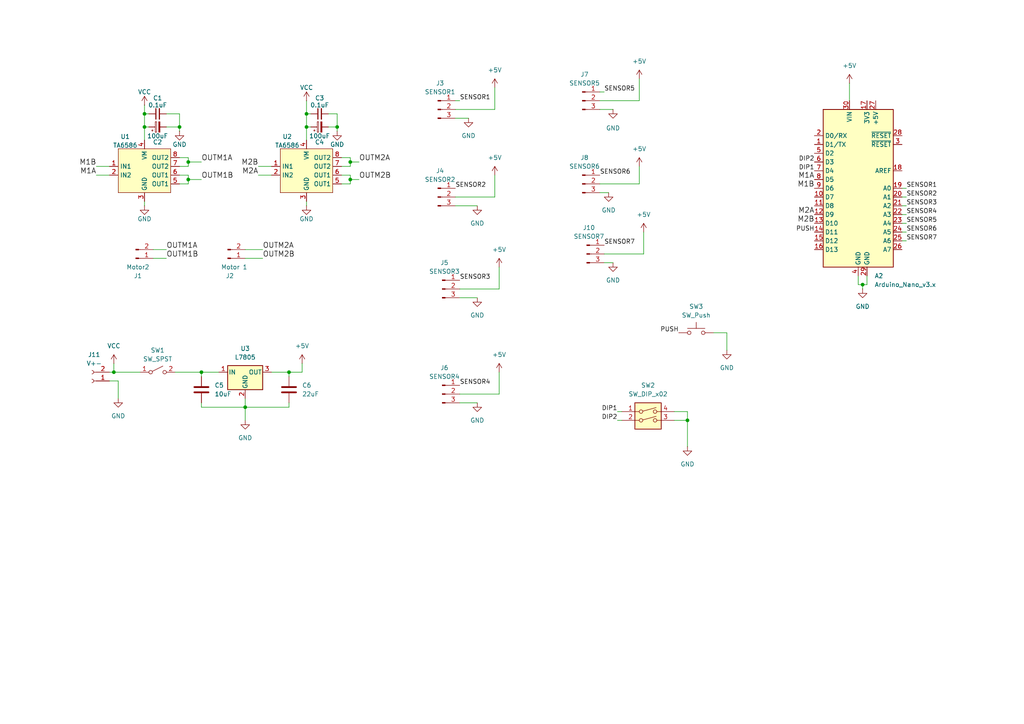
<source format=kicad_sch>
(kicad_sch
	(version 20231120)
	(generator "eeschema")
	(generator_version "8.0")
	(uuid "7e13d4fa-a36a-4881-a485-ab3360d6772a")
	(paper "A4")
	(lib_symbols
		(symbol "Connector:Conn_01x02_Pin"
			(pin_names
				(offset 1.016) hide)
			(exclude_from_sim no)
			(in_bom yes)
			(on_board yes)
			(property "Reference" "J"
				(at 0 2.54 0)
				(effects
					(font
						(size 1.27 1.27)
					)
				)
			)
			(property "Value" "Conn_01x02_Pin"
				(at 0 -5.08 0)
				(effects
					(font
						(size 1.27 1.27)
					)
				)
			)
			(property "Footprint" ""
				(at 0 0 0)
				(effects
					(font
						(size 1.27 1.27)
					)
					(hide yes)
				)
			)
			(property "Datasheet" "~"
				(at 0 0 0)
				(effects
					(font
						(size 1.27 1.27)
					)
					(hide yes)
				)
			)
			(property "Description" "Generic connector, single row, 01x02, script generated"
				(at 0 0 0)
				(effects
					(font
						(size 1.27 1.27)
					)
					(hide yes)
				)
			)
			(property "ki_locked" ""
				(at 0 0 0)
				(effects
					(font
						(size 1.27 1.27)
					)
				)
			)
			(property "ki_keywords" "connector"
				(at 0 0 0)
				(effects
					(font
						(size 1.27 1.27)
					)
					(hide yes)
				)
			)
			(property "ki_fp_filters" "Connector*:*_1x??_*"
				(at 0 0 0)
				(effects
					(font
						(size 1.27 1.27)
					)
					(hide yes)
				)
			)
			(symbol "Conn_01x02_Pin_1_1"
				(polyline
					(pts
						(xy 1.27 -2.54) (xy 0.8636 -2.54)
					)
					(stroke
						(width 0.1524)
						(type default)
					)
					(fill
						(type none)
					)
				)
				(polyline
					(pts
						(xy 1.27 0) (xy 0.8636 0)
					)
					(stroke
						(width 0.1524)
						(type default)
					)
					(fill
						(type none)
					)
				)
				(rectangle
					(start 0.8636 -2.413)
					(end 0 -2.667)
					(stroke
						(width 0.1524)
						(type default)
					)
					(fill
						(type outline)
					)
				)
				(rectangle
					(start 0.8636 0.127)
					(end 0 -0.127)
					(stroke
						(width 0.1524)
						(type default)
					)
					(fill
						(type outline)
					)
				)
				(pin passive line
					(at 5.08 0 180)
					(length 3.81)
					(name "Pin_1"
						(effects
							(font
								(size 1.27 1.27)
							)
						)
					)
					(number "1"
						(effects
							(font
								(size 1.27 1.27)
							)
						)
					)
				)
				(pin passive line
					(at 5.08 -2.54 180)
					(length 3.81)
					(name "Pin_2"
						(effects
							(font
								(size 1.27 1.27)
							)
						)
					)
					(number "2"
						(effects
							(font
								(size 1.27 1.27)
							)
						)
					)
				)
			)
		)
		(symbol "Connector:Conn_01x02_Socket"
			(pin_names
				(offset 1.016) hide)
			(exclude_from_sim no)
			(in_bom yes)
			(on_board yes)
			(property "Reference" "J"
				(at 0 2.54 0)
				(effects
					(font
						(size 1.27 1.27)
					)
				)
			)
			(property "Value" "Conn_01x02_Socket"
				(at 0 -5.08 0)
				(effects
					(font
						(size 1.27 1.27)
					)
				)
			)
			(property "Footprint" ""
				(at 0 0 0)
				(effects
					(font
						(size 1.27 1.27)
					)
					(hide yes)
				)
			)
			(property "Datasheet" "~"
				(at 0 0 0)
				(effects
					(font
						(size 1.27 1.27)
					)
					(hide yes)
				)
			)
			(property "Description" "Generic connector, single row, 01x02, script generated"
				(at 0 0 0)
				(effects
					(font
						(size 1.27 1.27)
					)
					(hide yes)
				)
			)
			(property "ki_locked" ""
				(at 0 0 0)
				(effects
					(font
						(size 1.27 1.27)
					)
				)
			)
			(property "ki_keywords" "connector"
				(at 0 0 0)
				(effects
					(font
						(size 1.27 1.27)
					)
					(hide yes)
				)
			)
			(property "ki_fp_filters" "Connector*:*_1x??_*"
				(at 0 0 0)
				(effects
					(font
						(size 1.27 1.27)
					)
					(hide yes)
				)
			)
			(symbol "Conn_01x02_Socket_1_1"
				(arc
					(start 0 -2.032)
					(mid -0.5058 -2.54)
					(end 0 -3.048)
					(stroke
						(width 0.1524)
						(type default)
					)
					(fill
						(type none)
					)
				)
				(polyline
					(pts
						(xy -1.27 -2.54) (xy -0.508 -2.54)
					)
					(stroke
						(width 0.1524)
						(type default)
					)
					(fill
						(type none)
					)
				)
				(polyline
					(pts
						(xy -1.27 0) (xy -0.508 0)
					)
					(stroke
						(width 0.1524)
						(type default)
					)
					(fill
						(type none)
					)
				)
				(arc
					(start 0 0.508)
					(mid -0.5058 0)
					(end 0 -0.508)
					(stroke
						(width 0.1524)
						(type default)
					)
					(fill
						(type none)
					)
				)
				(pin passive line
					(at -5.08 0 0)
					(length 3.81)
					(name "Pin_1"
						(effects
							(font
								(size 1.27 1.27)
							)
						)
					)
					(number "1"
						(effects
							(font
								(size 1.27 1.27)
							)
						)
					)
				)
				(pin passive line
					(at -5.08 -2.54 0)
					(length 3.81)
					(name "Pin_2"
						(effects
							(font
								(size 1.27 1.27)
							)
						)
					)
					(number "2"
						(effects
							(font
								(size 1.27 1.27)
							)
						)
					)
				)
			)
		)
		(symbol "Connector:Conn_01x03_Pin"
			(pin_names
				(offset 1.016) hide)
			(exclude_from_sim no)
			(in_bom yes)
			(on_board yes)
			(property "Reference" "J"
				(at 0 5.08 0)
				(effects
					(font
						(size 1.27 1.27)
					)
				)
			)
			(property "Value" "Conn_01x03_Pin"
				(at 0 -5.08 0)
				(effects
					(font
						(size 1.27 1.27)
					)
				)
			)
			(property "Footprint" ""
				(at 0 0 0)
				(effects
					(font
						(size 1.27 1.27)
					)
					(hide yes)
				)
			)
			(property "Datasheet" "~"
				(at 0 0 0)
				(effects
					(font
						(size 1.27 1.27)
					)
					(hide yes)
				)
			)
			(property "Description" "Generic connector, single row, 01x03, script generated"
				(at 0 0 0)
				(effects
					(font
						(size 1.27 1.27)
					)
					(hide yes)
				)
			)
			(property "ki_locked" ""
				(at 0 0 0)
				(effects
					(font
						(size 1.27 1.27)
					)
				)
			)
			(property "ki_keywords" "connector"
				(at 0 0 0)
				(effects
					(font
						(size 1.27 1.27)
					)
					(hide yes)
				)
			)
			(property "ki_fp_filters" "Connector*:*_1x??_*"
				(at 0 0 0)
				(effects
					(font
						(size 1.27 1.27)
					)
					(hide yes)
				)
			)
			(symbol "Conn_01x03_Pin_1_1"
				(polyline
					(pts
						(xy 1.27 -2.54) (xy 0.8636 -2.54)
					)
					(stroke
						(width 0.1524)
						(type default)
					)
					(fill
						(type none)
					)
				)
				(polyline
					(pts
						(xy 1.27 0) (xy 0.8636 0)
					)
					(stroke
						(width 0.1524)
						(type default)
					)
					(fill
						(type none)
					)
				)
				(polyline
					(pts
						(xy 1.27 2.54) (xy 0.8636 2.54)
					)
					(stroke
						(width 0.1524)
						(type default)
					)
					(fill
						(type none)
					)
				)
				(rectangle
					(start 0.8636 -2.413)
					(end 0 -2.667)
					(stroke
						(width 0.1524)
						(type default)
					)
					(fill
						(type outline)
					)
				)
				(rectangle
					(start 0.8636 0.127)
					(end 0 -0.127)
					(stroke
						(width 0.1524)
						(type default)
					)
					(fill
						(type outline)
					)
				)
				(rectangle
					(start 0.8636 2.667)
					(end 0 2.413)
					(stroke
						(width 0.1524)
						(type default)
					)
					(fill
						(type outline)
					)
				)
				(pin passive line
					(at 5.08 2.54 180)
					(length 3.81)
					(name "Pin_1"
						(effects
							(font
								(size 1.27 1.27)
							)
						)
					)
					(number "1"
						(effects
							(font
								(size 1.27 1.27)
							)
						)
					)
				)
				(pin passive line
					(at 5.08 0 180)
					(length 3.81)
					(name "Pin_2"
						(effects
							(font
								(size 1.27 1.27)
							)
						)
					)
					(number "2"
						(effects
							(font
								(size 1.27 1.27)
							)
						)
					)
				)
				(pin passive line
					(at 5.08 -2.54 180)
					(length 3.81)
					(name "Pin_3"
						(effects
							(font
								(size 1.27 1.27)
							)
						)
					)
					(number "3"
						(effects
							(font
								(size 1.27 1.27)
							)
						)
					)
				)
			)
		)
		(symbol "Device:C"
			(pin_numbers hide)
			(pin_names
				(offset 0.254)
			)
			(exclude_from_sim no)
			(in_bom yes)
			(on_board yes)
			(property "Reference" "C"
				(at 0.635 2.54 0)
				(effects
					(font
						(size 1.27 1.27)
					)
					(justify left)
				)
			)
			(property "Value" "C"
				(at 0.635 -2.54 0)
				(effects
					(font
						(size 1.27 1.27)
					)
					(justify left)
				)
			)
			(property "Footprint" ""
				(at 0.9652 -3.81 0)
				(effects
					(font
						(size 1.27 1.27)
					)
					(hide yes)
				)
			)
			(property "Datasheet" "~"
				(at 0 0 0)
				(effects
					(font
						(size 1.27 1.27)
					)
					(hide yes)
				)
			)
			(property "Description" "Unpolarized capacitor"
				(at 0 0 0)
				(effects
					(font
						(size 1.27 1.27)
					)
					(hide yes)
				)
			)
			(property "ki_keywords" "cap capacitor"
				(at 0 0 0)
				(effects
					(font
						(size 1.27 1.27)
					)
					(hide yes)
				)
			)
			(property "ki_fp_filters" "C_*"
				(at 0 0 0)
				(effects
					(font
						(size 1.27 1.27)
					)
					(hide yes)
				)
			)
			(symbol "C_0_1"
				(polyline
					(pts
						(xy -2.032 -0.762) (xy 2.032 -0.762)
					)
					(stroke
						(width 0.508)
						(type default)
					)
					(fill
						(type none)
					)
				)
				(polyline
					(pts
						(xy -2.032 0.762) (xy 2.032 0.762)
					)
					(stroke
						(width 0.508)
						(type default)
					)
					(fill
						(type none)
					)
				)
			)
			(symbol "C_1_1"
				(pin passive line
					(at 0 3.81 270)
					(length 2.794)
					(name "~"
						(effects
							(font
								(size 1.27 1.27)
							)
						)
					)
					(number "1"
						(effects
							(font
								(size 1.27 1.27)
							)
						)
					)
				)
				(pin passive line
					(at 0 -3.81 90)
					(length 2.794)
					(name "~"
						(effects
							(font
								(size 1.27 1.27)
							)
						)
					)
					(number "2"
						(effects
							(font
								(size 1.27 1.27)
							)
						)
					)
				)
			)
		)
		(symbol "Device:C_Polarized_Small"
			(pin_numbers hide)
			(pin_names
				(offset 0.254) hide)
			(exclude_from_sim no)
			(in_bom yes)
			(on_board yes)
			(property "Reference" "C"
				(at 0.254 1.778 0)
				(effects
					(font
						(size 1.27 1.27)
					)
					(justify left)
				)
			)
			(property "Value" "C_Polarized_Small"
				(at 0.254 -2.032 0)
				(effects
					(font
						(size 1.27 1.27)
					)
					(justify left)
				)
			)
			(property "Footprint" ""
				(at 0 0 0)
				(effects
					(font
						(size 1.27 1.27)
					)
					(hide yes)
				)
			)
			(property "Datasheet" "~"
				(at 0 0 0)
				(effects
					(font
						(size 1.27 1.27)
					)
					(hide yes)
				)
			)
			(property "Description" "Polarized capacitor, small symbol"
				(at 0 0 0)
				(effects
					(font
						(size 1.27 1.27)
					)
					(hide yes)
				)
			)
			(property "ki_keywords" "cap capacitor"
				(at 0 0 0)
				(effects
					(font
						(size 1.27 1.27)
					)
					(hide yes)
				)
			)
			(property "ki_fp_filters" "CP_*"
				(at 0 0 0)
				(effects
					(font
						(size 1.27 1.27)
					)
					(hide yes)
				)
			)
			(symbol "C_Polarized_Small_0_1"
				(rectangle
					(start -1.524 -0.3048)
					(end 1.524 -0.6858)
					(stroke
						(width 0)
						(type default)
					)
					(fill
						(type outline)
					)
				)
				(rectangle
					(start -1.524 0.6858)
					(end 1.524 0.3048)
					(stroke
						(width 0)
						(type default)
					)
					(fill
						(type none)
					)
				)
				(polyline
					(pts
						(xy -1.27 1.524) (xy -0.762 1.524)
					)
					(stroke
						(width 0)
						(type default)
					)
					(fill
						(type none)
					)
				)
				(polyline
					(pts
						(xy -1.016 1.27) (xy -1.016 1.778)
					)
					(stroke
						(width 0)
						(type default)
					)
					(fill
						(type none)
					)
				)
			)
			(symbol "C_Polarized_Small_1_1"
				(pin passive line
					(at 0 2.54 270)
					(length 1.8542)
					(name "~"
						(effects
							(font
								(size 1.27 1.27)
							)
						)
					)
					(number "1"
						(effects
							(font
								(size 1.27 1.27)
							)
						)
					)
				)
				(pin passive line
					(at 0 -2.54 90)
					(length 1.8542)
					(name "~"
						(effects
							(font
								(size 1.27 1.27)
							)
						)
					)
					(number "2"
						(effects
							(font
								(size 1.27 1.27)
							)
						)
					)
				)
			)
		)
		(symbol "Device:C_Small"
			(pin_numbers hide)
			(pin_names
				(offset 0.254) hide)
			(exclude_from_sim no)
			(in_bom yes)
			(on_board yes)
			(property "Reference" "C"
				(at 0.254 1.778 0)
				(effects
					(font
						(size 1.27 1.27)
					)
					(justify left)
				)
			)
			(property "Value" "C_Small"
				(at 0.254 -2.032 0)
				(effects
					(font
						(size 1.27 1.27)
					)
					(justify left)
				)
			)
			(property "Footprint" ""
				(at 0 0 0)
				(effects
					(font
						(size 1.27 1.27)
					)
					(hide yes)
				)
			)
			(property "Datasheet" "~"
				(at 0 0 0)
				(effects
					(font
						(size 1.27 1.27)
					)
					(hide yes)
				)
			)
			(property "Description" "Unpolarized capacitor, small symbol"
				(at 0 0 0)
				(effects
					(font
						(size 1.27 1.27)
					)
					(hide yes)
				)
			)
			(property "ki_keywords" "capacitor cap"
				(at 0 0 0)
				(effects
					(font
						(size 1.27 1.27)
					)
					(hide yes)
				)
			)
			(property "ki_fp_filters" "C_*"
				(at 0 0 0)
				(effects
					(font
						(size 1.27 1.27)
					)
					(hide yes)
				)
			)
			(symbol "C_Small_0_1"
				(polyline
					(pts
						(xy -1.524 -0.508) (xy 1.524 -0.508)
					)
					(stroke
						(width 0.3302)
						(type default)
					)
					(fill
						(type none)
					)
				)
				(polyline
					(pts
						(xy -1.524 0.508) (xy 1.524 0.508)
					)
					(stroke
						(width 0.3048)
						(type default)
					)
					(fill
						(type none)
					)
				)
			)
			(symbol "C_Small_1_1"
				(pin passive line
					(at 0 2.54 270)
					(length 2.032)
					(name "~"
						(effects
							(font
								(size 1.27 1.27)
							)
						)
					)
					(number "1"
						(effects
							(font
								(size 1.27 1.27)
							)
						)
					)
				)
				(pin passive line
					(at 0 -2.54 90)
					(length 2.032)
					(name "~"
						(effects
							(font
								(size 1.27 1.27)
							)
						)
					)
					(number "2"
						(effects
							(font
								(size 1.27 1.27)
							)
						)
					)
				)
			)
		)
		(symbol "EESTN5-v2:TA6586"
			(exclude_from_sim no)
			(in_bom yes)
			(on_board yes)
			(property "Reference" "U1"
				(at -4.318 2.286 0)
				(effects
					(font
						(size 1.27 1.27)
					)
				)
			)
			(property "Value" "TA6586"
				(at -4.318 -0.254 0)
				(effects
					(font
						(size 1.27 1.27)
					)
				)
			)
			(property "Footprint" "Package_DIP:DIP-8_W7.62mm"
				(at 1.27 5.08 0)
				(effects
					(font
						(size 1.27 1.27)
					)
					(hide yes)
				)
			)
			(property "Datasheet" ""
				(at 0 0 0)
				(effects
					(font
						(size 1.27 1.27)
					)
					(hide yes)
				)
			)
			(property "Description" ""
				(at 0 0 0)
				(effects
					(font
						(size 1.27 1.27)
					)
					(hide yes)
				)
			)
			(symbol "TA6586_0_1"
				(rectangle
					(start -6.35 -1.27)
					(end 8.89 -13.97)
					(stroke
						(width 0)
						(type default)
					)
					(fill
						(type background)
					)
				)
			)
			(symbol "TA6586_1_1"
				(pin input line
					(at -8.89 -6.35 0)
					(length 2.54)
					(name "IN1"
						(effects
							(font
								(size 1.27 1.27)
							)
						)
					)
					(number "1"
						(effects
							(font
								(size 1.27 1.27)
							)
						)
					)
				)
				(pin input line
					(at -8.89 -8.89 0)
					(length 2.54)
					(name "IN2"
						(effects
							(font
								(size 1.27 1.27)
							)
						)
					)
					(number "2"
						(effects
							(font
								(size 1.27 1.27)
							)
						)
					)
				)
				(pin power_in line
					(at 1.27 -16.51 90)
					(length 2.54)
					(name "GND"
						(effects
							(font
								(size 1.27 1.27)
							)
						)
					)
					(number "3"
						(effects
							(font
								(size 1.27 1.27)
							)
						)
					)
				)
				(pin power_in line
					(at 1.27 1.27 270)
					(length 2.54)
					(name "VM"
						(effects
							(font
								(size 1.27 1.27)
							)
						)
					)
					(number "4"
						(effects
							(font
								(size 1.27 1.27)
							)
						)
					)
				)
				(pin output line
					(at 11.43 -11.43 180)
					(length 2.54)
					(name "OUT1"
						(effects
							(font
								(size 1.27 1.27)
							)
						)
					)
					(number "5"
						(effects
							(font
								(size 1.27 1.27)
							)
						)
					)
				)
				(pin output line
					(at 11.43 -8.89 180)
					(length 2.54)
					(name "OUT1"
						(effects
							(font
								(size 1.27 1.27)
							)
						)
					)
					(number "6"
						(effects
							(font
								(size 1.27 1.27)
							)
						)
					)
				)
				(pin output line
					(at 11.43 -6.35 180)
					(length 2.54)
					(name "OUT2"
						(effects
							(font
								(size 1.27 1.27)
							)
						)
					)
					(number "7"
						(effects
							(font
								(size 1.27 1.27)
							)
						)
					)
				)
				(pin output line
					(at 11.43 -3.81 180)
					(length 2.54)
					(name "OUT2"
						(effects
							(font
								(size 1.27 1.27)
							)
						)
					)
					(number "8"
						(effects
							(font
								(size 1.27 1.27)
							)
						)
					)
				)
			)
		)
		(symbol "EESTN5:SW_DIP_x02"
			(pin_names
				(offset 0) hide)
			(exclude_from_sim no)
			(in_bom yes)
			(on_board yes)
			(property "Reference" "SW"
				(at 0 6.35 0)
				(effects
					(font
						(size 1.27 1.27)
					)
				)
			)
			(property "Value" "SW_DIP_x02"
				(at 0 -3.81 0)
				(effects
					(font
						(size 1.27 1.27)
					)
				)
			)
			(property "Footprint" ""
				(at 0 0 0)
				(effects
					(font
						(size 1.27 1.27)
					)
					(hide yes)
				)
			)
			(property "Datasheet" ""
				(at 0 0 0)
				(effects
					(font
						(size 1.27 1.27)
					)
					(hide yes)
				)
			)
			(property "Description" "2x DIP Switch, Single Pole Single Throw (SPST) switch, small symbol"
				(at 0 0 0)
				(effects
					(font
						(size 1.27 1.27)
					)
					(hide yes)
				)
			)
			(property "ki_keywords" "dip switch"
				(at 0 0 0)
				(effects
					(font
						(size 1.27 1.27)
					)
					(hide yes)
				)
			)
			(property "ki_fp_filters" "SW?DIP?x2* DIP*"
				(at 0 0 0)
				(effects
					(font
						(size 1.27 1.27)
					)
					(hide yes)
				)
			)
			(symbol "SW_DIP_x02_0_0"
				(circle
					(center -2.032 0)
					(radius 0.508)
					(stroke
						(width 0)
						(type default)
					)
					(fill
						(type none)
					)
				)
				(circle
					(center -2.032 2.54)
					(radius 0.508)
					(stroke
						(width 0)
						(type default)
					)
					(fill
						(type none)
					)
				)
				(polyline
					(pts
						(xy -1.524 0.127) (xy 2.3622 1.1684)
					)
					(stroke
						(width 0)
						(type default)
					)
					(fill
						(type none)
					)
				)
				(polyline
					(pts
						(xy -1.524 2.667) (xy 2.3622 3.7084)
					)
					(stroke
						(width 0)
						(type default)
					)
					(fill
						(type none)
					)
				)
				(circle
					(center 2.032 0)
					(radius 0.508)
					(stroke
						(width 0)
						(type default)
					)
					(fill
						(type none)
					)
				)
				(circle
					(center 2.032 2.54)
					(radius 0.508)
					(stroke
						(width 0)
						(type default)
					)
					(fill
						(type none)
					)
				)
			)
			(symbol "SW_DIP_x02_0_1"
				(rectangle
					(start -3.81 5.08)
					(end 3.81 -2.54)
					(stroke
						(width 0.254)
						(type default)
					)
					(fill
						(type background)
					)
				)
			)
			(symbol "SW_DIP_x02_1_1"
				(pin input line
					(at -7.62 2.54 0)
					(length 5.08)
					(name "~"
						(effects
							(font
								(size 1.27 1.27)
							)
						)
					)
					(number "1"
						(effects
							(font
								(size 1.27 1.27)
							)
						)
					)
				)
				(pin input line
					(at -7.62 0 0)
					(length 5.08)
					(name "~"
						(effects
							(font
								(size 1.27 1.27)
							)
						)
					)
					(number "2"
						(effects
							(font
								(size 1.27 1.27)
							)
						)
					)
				)
				(pin input line
					(at 7.62 0 180)
					(length 5.08)
					(name "~"
						(effects
							(font
								(size 1.27 1.27)
							)
						)
					)
					(number "3"
						(effects
							(font
								(size 1.27 1.27)
							)
						)
					)
				)
				(pin input line
					(at 7.62 2.54 180)
					(length 5.08)
					(name "~"
						(effects
							(font
								(size 1.27 1.27)
							)
						)
					)
					(number "4"
						(effects
							(font
								(size 1.27 1.27)
							)
						)
					)
				)
			)
		)
		(symbol "MCU_Module:Arduino_Nano_v3.x"
			(exclude_from_sim no)
			(in_bom yes)
			(on_board yes)
			(property "Reference" "A"
				(at -10.16 23.495 0)
				(effects
					(font
						(size 1.27 1.27)
					)
					(justify left bottom)
				)
			)
			(property "Value" "Arduino_Nano_v3.x"
				(at 5.08 -24.13 0)
				(effects
					(font
						(size 1.27 1.27)
					)
					(justify left top)
				)
			)
			(property "Footprint" "Module:Arduino_Nano"
				(at 0 0 0)
				(effects
					(font
						(size 1.27 1.27)
						(italic yes)
					)
					(hide yes)
				)
			)
			(property "Datasheet" "http://www.mouser.com/pdfdocs/Gravitech_Arduino_Nano3_0.pdf"
				(at 0 0 0)
				(effects
					(font
						(size 1.27 1.27)
					)
					(hide yes)
				)
			)
			(property "Description" "Arduino Nano v3.x"
				(at 0 0 0)
				(effects
					(font
						(size 1.27 1.27)
					)
					(hide yes)
				)
			)
			(property "ki_keywords" "Arduino nano microcontroller module USB"
				(at 0 0 0)
				(effects
					(font
						(size 1.27 1.27)
					)
					(hide yes)
				)
			)
			(property "ki_fp_filters" "Arduino*Nano*"
				(at 0 0 0)
				(effects
					(font
						(size 1.27 1.27)
					)
					(hide yes)
				)
			)
			(symbol "Arduino_Nano_v3.x_0_1"
				(rectangle
					(start -10.16 22.86)
					(end 10.16 -22.86)
					(stroke
						(width 0.254)
						(type default)
					)
					(fill
						(type background)
					)
				)
			)
			(symbol "Arduino_Nano_v3.x_1_1"
				(pin bidirectional line
					(at -12.7 12.7 0)
					(length 2.54)
					(name "D1/TX"
						(effects
							(font
								(size 1.27 1.27)
							)
						)
					)
					(number "1"
						(effects
							(font
								(size 1.27 1.27)
							)
						)
					)
				)
				(pin bidirectional line
					(at -12.7 -2.54 0)
					(length 2.54)
					(name "D7"
						(effects
							(font
								(size 1.27 1.27)
							)
						)
					)
					(number "10"
						(effects
							(font
								(size 1.27 1.27)
							)
						)
					)
				)
				(pin bidirectional line
					(at -12.7 -5.08 0)
					(length 2.54)
					(name "D8"
						(effects
							(font
								(size 1.27 1.27)
							)
						)
					)
					(number "11"
						(effects
							(font
								(size 1.27 1.27)
							)
						)
					)
				)
				(pin bidirectional line
					(at -12.7 -7.62 0)
					(length 2.54)
					(name "D9"
						(effects
							(font
								(size 1.27 1.27)
							)
						)
					)
					(number "12"
						(effects
							(font
								(size 1.27 1.27)
							)
						)
					)
				)
				(pin bidirectional line
					(at -12.7 -10.16 0)
					(length 2.54)
					(name "D10"
						(effects
							(font
								(size 1.27 1.27)
							)
						)
					)
					(number "13"
						(effects
							(font
								(size 1.27 1.27)
							)
						)
					)
				)
				(pin bidirectional line
					(at -12.7 -12.7 0)
					(length 2.54)
					(name "D11"
						(effects
							(font
								(size 1.27 1.27)
							)
						)
					)
					(number "14"
						(effects
							(font
								(size 1.27 1.27)
							)
						)
					)
				)
				(pin bidirectional line
					(at -12.7 -15.24 0)
					(length 2.54)
					(name "D12"
						(effects
							(font
								(size 1.27 1.27)
							)
						)
					)
					(number "15"
						(effects
							(font
								(size 1.27 1.27)
							)
						)
					)
				)
				(pin bidirectional line
					(at -12.7 -17.78 0)
					(length 2.54)
					(name "D13"
						(effects
							(font
								(size 1.27 1.27)
							)
						)
					)
					(number "16"
						(effects
							(font
								(size 1.27 1.27)
							)
						)
					)
				)
				(pin power_out line
					(at 2.54 25.4 270)
					(length 2.54)
					(name "3V3"
						(effects
							(font
								(size 1.27 1.27)
							)
						)
					)
					(number "17"
						(effects
							(font
								(size 1.27 1.27)
							)
						)
					)
				)
				(pin input line
					(at 12.7 5.08 180)
					(length 2.54)
					(name "AREF"
						(effects
							(font
								(size 1.27 1.27)
							)
						)
					)
					(number "18"
						(effects
							(font
								(size 1.27 1.27)
							)
						)
					)
				)
				(pin bidirectional line
					(at 12.7 0 180)
					(length 2.54)
					(name "A0"
						(effects
							(font
								(size 1.27 1.27)
							)
						)
					)
					(number "19"
						(effects
							(font
								(size 1.27 1.27)
							)
						)
					)
				)
				(pin bidirectional line
					(at -12.7 15.24 0)
					(length 2.54)
					(name "D0/RX"
						(effects
							(font
								(size 1.27 1.27)
							)
						)
					)
					(number "2"
						(effects
							(font
								(size 1.27 1.27)
							)
						)
					)
				)
				(pin bidirectional line
					(at 12.7 -2.54 180)
					(length 2.54)
					(name "A1"
						(effects
							(font
								(size 1.27 1.27)
							)
						)
					)
					(number "20"
						(effects
							(font
								(size 1.27 1.27)
							)
						)
					)
				)
				(pin bidirectional line
					(at 12.7 -5.08 180)
					(length 2.54)
					(name "A2"
						(effects
							(font
								(size 1.27 1.27)
							)
						)
					)
					(number "21"
						(effects
							(font
								(size 1.27 1.27)
							)
						)
					)
				)
				(pin bidirectional line
					(at 12.7 -7.62 180)
					(length 2.54)
					(name "A3"
						(effects
							(font
								(size 1.27 1.27)
							)
						)
					)
					(number "22"
						(effects
							(font
								(size 1.27 1.27)
							)
						)
					)
				)
				(pin bidirectional line
					(at 12.7 -10.16 180)
					(length 2.54)
					(name "A4"
						(effects
							(font
								(size 1.27 1.27)
							)
						)
					)
					(number "23"
						(effects
							(font
								(size 1.27 1.27)
							)
						)
					)
				)
				(pin bidirectional line
					(at 12.7 -12.7 180)
					(length 2.54)
					(name "A5"
						(effects
							(font
								(size 1.27 1.27)
							)
						)
					)
					(number "24"
						(effects
							(font
								(size 1.27 1.27)
							)
						)
					)
				)
				(pin bidirectional line
					(at 12.7 -15.24 180)
					(length 2.54)
					(name "A6"
						(effects
							(font
								(size 1.27 1.27)
							)
						)
					)
					(number "25"
						(effects
							(font
								(size 1.27 1.27)
							)
						)
					)
				)
				(pin bidirectional line
					(at 12.7 -17.78 180)
					(length 2.54)
					(name "A7"
						(effects
							(font
								(size 1.27 1.27)
							)
						)
					)
					(number "26"
						(effects
							(font
								(size 1.27 1.27)
							)
						)
					)
				)
				(pin power_out line
					(at 5.08 25.4 270)
					(length 2.54)
					(name "+5V"
						(effects
							(font
								(size 1.27 1.27)
							)
						)
					)
					(number "27"
						(effects
							(font
								(size 1.27 1.27)
							)
						)
					)
				)
				(pin input line
					(at 12.7 15.24 180)
					(length 2.54)
					(name "~{RESET}"
						(effects
							(font
								(size 1.27 1.27)
							)
						)
					)
					(number "28"
						(effects
							(font
								(size 1.27 1.27)
							)
						)
					)
				)
				(pin power_in line
					(at 2.54 -25.4 90)
					(length 2.54)
					(name "GND"
						(effects
							(font
								(size 1.27 1.27)
							)
						)
					)
					(number "29"
						(effects
							(font
								(size 1.27 1.27)
							)
						)
					)
				)
				(pin input line
					(at 12.7 12.7 180)
					(length 2.54)
					(name "~{RESET}"
						(effects
							(font
								(size 1.27 1.27)
							)
						)
					)
					(number "3"
						(effects
							(font
								(size 1.27 1.27)
							)
						)
					)
				)
				(pin power_in line
					(at -2.54 25.4 270)
					(length 2.54)
					(name "VIN"
						(effects
							(font
								(size 1.27 1.27)
							)
						)
					)
					(number "30"
						(effects
							(font
								(size 1.27 1.27)
							)
						)
					)
				)
				(pin power_in line
					(at 0 -25.4 90)
					(length 2.54)
					(name "GND"
						(effects
							(font
								(size 1.27 1.27)
							)
						)
					)
					(number "4"
						(effects
							(font
								(size 1.27 1.27)
							)
						)
					)
				)
				(pin bidirectional line
					(at -12.7 10.16 0)
					(length 2.54)
					(name "D2"
						(effects
							(font
								(size 1.27 1.27)
							)
						)
					)
					(number "5"
						(effects
							(font
								(size 1.27 1.27)
							)
						)
					)
				)
				(pin bidirectional line
					(at -12.7 7.62 0)
					(length 2.54)
					(name "D3"
						(effects
							(font
								(size 1.27 1.27)
							)
						)
					)
					(number "6"
						(effects
							(font
								(size 1.27 1.27)
							)
						)
					)
				)
				(pin bidirectional line
					(at -12.7 5.08 0)
					(length 2.54)
					(name "D4"
						(effects
							(font
								(size 1.27 1.27)
							)
						)
					)
					(number "7"
						(effects
							(font
								(size 1.27 1.27)
							)
						)
					)
				)
				(pin bidirectional line
					(at -12.7 2.54 0)
					(length 2.54)
					(name "D5"
						(effects
							(font
								(size 1.27 1.27)
							)
						)
					)
					(number "8"
						(effects
							(font
								(size 1.27 1.27)
							)
						)
					)
				)
				(pin bidirectional line
					(at -12.7 0 0)
					(length 2.54)
					(name "D6"
						(effects
							(font
								(size 1.27 1.27)
							)
						)
					)
					(number "9"
						(effects
							(font
								(size 1.27 1.27)
							)
						)
					)
				)
			)
		)
		(symbol "Regulator_Linear:L7805"
			(pin_names
				(offset 0.254)
			)
			(exclude_from_sim no)
			(in_bom yes)
			(on_board yes)
			(property "Reference" "U"
				(at -3.81 3.175 0)
				(effects
					(font
						(size 1.27 1.27)
					)
				)
			)
			(property "Value" "L7805"
				(at 0 3.175 0)
				(effects
					(font
						(size 1.27 1.27)
					)
					(justify left)
				)
			)
			(property "Footprint" ""
				(at 0.635 -3.81 0)
				(effects
					(font
						(size 1.27 1.27)
						(italic yes)
					)
					(justify left)
					(hide yes)
				)
			)
			(property "Datasheet" "http://www.st.com/content/ccc/resource/technical/document/datasheet/41/4f/b3/b0/12/d4/47/88/CD00000444.pdf/files/CD00000444.pdf/jcr:content/translations/en.CD00000444.pdf"
				(at 0 -1.27 0)
				(effects
					(font
						(size 1.27 1.27)
					)
					(hide yes)
				)
			)
			(property "Description" "Positive 1.5A 35V Linear Regulator, Fixed Output 5V, TO-220/TO-263/TO-252"
				(at 0 0 0)
				(effects
					(font
						(size 1.27 1.27)
					)
					(hide yes)
				)
			)
			(property "ki_keywords" "Voltage Regulator 1.5A Positive"
				(at 0 0 0)
				(effects
					(font
						(size 1.27 1.27)
					)
					(hide yes)
				)
			)
			(property "ki_fp_filters" "TO?252* TO?263* TO?220*"
				(at 0 0 0)
				(effects
					(font
						(size 1.27 1.27)
					)
					(hide yes)
				)
			)
			(symbol "L7805_0_1"
				(rectangle
					(start -5.08 1.905)
					(end 5.08 -5.08)
					(stroke
						(width 0.254)
						(type default)
					)
					(fill
						(type background)
					)
				)
			)
			(symbol "L7805_1_1"
				(pin power_in line
					(at -7.62 0 0)
					(length 2.54)
					(name "IN"
						(effects
							(font
								(size 1.27 1.27)
							)
						)
					)
					(number "1"
						(effects
							(font
								(size 1.27 1.27)
							)
						)
					)
				)
				(pin power_in line
					(at 0 -7.62 90)
					(length 2.54)
					(name "GND"
						(effects
							(font
								(size 1.27 1.27)
							)
						)
					)
					(number "2"
						(effects
							(font
								(size 1.27 1.27)
							)
						)
					)
				)
				(pin power_out line
					(at 7.62 0 180)
					(length 2.54)
					(name "OUT"
						(effects
							(font
								(size 1.27 1.27)
							)
						)
					)
					(number "3"
						(effects
							(font
								(size 1.27 1.27)
							)
						)
					)
				)
			)
		)
		(symbol "Switch:SW_Push"
			(pin_numbers hide)
			(pin_names
				(offset 1.016) hide)
			(exclude_from_sim no)
			(in_bom yes)
			(on_board yes)
			(property "Reference" "SW"
				(at 1.27 2.54 0)
				(effects
					(font
						(size 1.27 1.27)
					)
					(justify left)
				)
			)
			(property "Value" "SW_Push"
				(at 0 -1.524 0)
				(effects
					(font
						(size 1.27 1.27)
					)
				)
			)
			(property "Footprint" ""
				(at 0 5.08 0)
				(effects
					(font
						(size 1.27 1.27)
					)
					(hide yes)
				)
			)
			(property "Datasheet" "~"
				(at 0 5.08 0)
				(effects
					(font
						(size 1.27 1.27)
					)
					(hide yes)
				)
			)
			(property "Description" "Push button switch, generic, two pins"
				(at 0 0 0)
				(effects
					(font
						(size 1.27 1.27)
					)
					(hide yes)
				)
			)
			(property "ki_keywords" "switch normally-open pushbutton push-button"
				(at 0 0 0)
				(effects
					(font
						(size 1.27 1.27)
					)
					(hide yes)
				)
			)
			(symbol "SW_Push_0_1"
				(circle
					(center -2.032 0)
					(radius 0.508)
					(stroke
						(width 0)
						(type default)
					)
					(fill
						(type none)
					)
				)
				(polyline
					(pts
						(xy 0 1.27) (xy 0 3.048)
					)
					(stroke
						(width 0)
						(type default)
					)
					(fill
						(type none)
					)
				)
				(polyline
					(pts
						(xy 2.54 1.27) (xy -2.54 1.27)
					)
					(stroke
						(width 0)
						(type default)
					)
					(fill
						(type none)
					)
				)
				(circle
					(center 2.032 0)
					(radius 0.508)
					(stroke
						(width 0)
						(type default)
					)
					(fill
						(type none)
					)
				)
				(pin passive line
					(at -5.08 0 0)
					(length 2.54)
					(name "1"
						(effects
							(font
								(size 1.27 1.27)
							)
						)
					)
					(number "1"
						(effects
							(font
								(size 1.27 1.27)
							)
						)
					)
				)
				(pin passive line
					(at 5.08 0 180)
					(length 2.54)
					(name "2"
						(effects
							(font
								(size 1.27 1.27)
							)
						)
					)
					(number "2"
						(effects
							(font
								(size 1.27 1.27)
							)
						)
					)
				)
			)
		)
		(symbol "Switch:SW_SPST"
			(pin_names
				(offset 0) hide)
			(exclude_from_sim no)
			(in_bom yes)
			(on_board yes)
			(property "Reference" "SW"
				(at 0 3.175 0)
				(effects
					(font
						(size 1.27 1.27)
					)
				)
			)
			(property "Value" "SW_SPST"
				(at 0 -2.54 0)
				(effects
					(font
						(size 1.27 1.27)
					)
				)
			)
			(property "Footprint" ""
				(at 0 0 0)
				(effects
					(font
						(size 1.27 1.27)
					)
					(hide yes)
				)
			)
			(property "Datasheet" "~"
				(at 0 0 0)
				(effects
					(font
						(size 1.27 1.27)
					)
					(hide yes)
				)
			)
			(property "Description" "Single Pole Single Throw (SPST) switch"
				(at 0 0 0)
				(effects
					(font
						(size 1.27 1.27)
					)
					(hide yes)
				)
			)
			(property "ki_keywords" "switch lever"
				(at 0 0 0)
				(effects
					(font
						(size 1.27 1.27)
					)
					(hide yes)
				)
			)
			(symbol "SW_SPST_0_0"
				(circle
					(center -2.032 0)
					(radius 0.508)
					(stroke
						(width 0)
						(type default)
					)
					(fill
						(type none)
					)
				)
				(polyline
					(pts
						(xy -1.524 0.254) (xy 1.524 1.778)
					)
					(stroke
						(width 0)
						(type default)
					)
					(fill
						(type none)
					)
				)
				(circle
					(center 2.032 0)
					(radius 0.508)
					(stroke
						(width 0)
						(type default)
					)
					(fill
						(type none)
					)
				)
			)
			(symbol "SW_SPST_1_1"
				(pin passive line
					(at -5.08 0 0)
					(length 2.54)
					(name "A"
						(effects
							(font
								(size 1.27 1.27)
							)
						)
					)
					(number "1"
						(effects
							(font
								(size 1.27 1.27)
							)
						)
					)
				)
				(pin passive line
					(at 5.08 0 180)
					(length 2.54)
					(name "B"
						(effects
							(font
								(size 1.27 1.27)
							)
						)
					)
					(number "2"
						(effects
							(font
								(size 1.27 1.27)
							)
						)
					)
				)
			)
		)
		(symbol "power:+5V"
			(power)
			(pin_numbers hide)
			(pin_names
				(offset 0) hide)
			(exclude_from_sim no)
			(in_bom yes)
			(on_board yes)
			(property "Reference" "#PWR"
				(at 0 -3.81 0)
				(effects
					(font
						(size 1.27 1.27)
					)
					(hide yes)
				)
			)
			(property "Value" "+5V"
				(at 0 3.556 0)
				(effects
					(font
						(size 1.27 1.27)
					)
				)
			)
			(property "Footprint" ""
				(at 0 0 0)
				(effects
					(font
						(size 1.27 1.27)
					)
					(hide yes)
				)
			)
			(property "Datasheet" ""
				(at 0 0 0)
				(effects
					(font
						(size 1.27 1.27)
					)
					(hide yes)
				)
			)
			(property "Description" "Power symbol creates a global label with name \"+5V\""
				(at 0 0 0)
				(effects
					(font
						(size 1.27 1.27)
					)
					(hide yes)
				)
			)
			(property "ki_keywords" "global power"
				(at 0 0 0)
				(effects
					(font
						(size 1.27 1.27)
					)
					(hide yes)
				)
			)
			(symbol "+5V_0_1"
				(polyline
					(pts
						(xy -0.762 1.27) (xy 0 2.54)
					)
					(stroke
						(width 0)
						(type default)
					)
					(fill
						(type none)
					)
				)
				(polyline
					(pts
						(xy 0 0) (xy 0 2.54)
					)
					(stroke
						(width 0)
						(type default)
					)
					(fill
						(type none)
					)
				)
				(polyline
					(pts
						(xy 0 2.54) (xy 0.762 1.27)
					)
					(stroke
						(width 0)
						(type default)
					)
					(fill
						(type none)
					)
				)
			)
			(symbol "+5V_1_1"
				(pin power_in line
					(at 0 0 90)
					(length 0)
					(name "~"
						(effects
							(font
								(size 1.27 1.27)
							)
						)
					)
					(number "1"
						(effects
							(font
								(size 1.27 1.27)
							)
						)
					)
				)
			)
		)
		(symbol "power:GND"
			(power)
			(pin_numbers hide)
			(pin_names
				(offset 0) hide)
			(exclude_from_sim no)
			(in_bom yes)
			(on_board yes)
			(property "Reference" "#PWR"
				(at 0 -6.35 0)
				(effects
					(font
						(size 1.27 1.27)
					)
					(hide yes)
				)
			)
			(property "Value" "GND"
				(at 0 -3.81 0)
				(effects
					(font
						(size 1.27 1.27)
					)
				)
			)
			(property "Footprint" ""
				(at 0 0 0)
				(effects
					(font
						(size 1.27 1.27)
					)
					(hide yes)
				)
			)
			(property "Datasheet" ""
				(at 0 0 0)
				(effects
					(font
						(size 1.27 1.27)
					)
					(hide yes)
				)
			)
			(property "Description" "Power symbol creates a global label with name \"GND\" , ground"
				(at 0 0 0)
				(effects
					(font
						(size 1.27 1.27)
					)
					(hide yes)
				)
			)
			(property "ki_keywords" "global power"
				(at 0 0 0)
				(effects
					(font
						(size 1.27 1.27)
					)
					(hide yes)
				)
			)
			(symbol "GND_0_1"
				(polyline
					(pts
						(xy 0 0) (xy 0 -1.27) (xy 1.27 -1.27) (xy 0 -2.54) (xy -1.27 -1.27) (xy 0 -1.27)
					)
					(stroke
						(width 0)
						(type default)
					)
					(fill
						(type none)
					)
				)
			)
			(symbol "GND_1_1"
				(pin power_in line
					(at 0 0 270)
					(length 0)
					(name "~"
						(effects
							(font
								(size 1.27 1.27)
							)
						)
					)
					(number "1"
						(effects
							(font
								(size 1.27 1.27)
							)
						)
					)
				)
			)
		)
		(symbol "power:VCC"
			(power)
			(pin_numbers hide)
			(pin_names
				(offset 0) hide)
			(exclude_from_sim no)
			(in_bom yes)
			(on_board yes)
			(property "Reference" "#PWR"
				(at 0 -3.81 0)
				(effects
					(font
						(size 1.27 1.27)
					)
					(hide yes)
				)
			)
			(property "Value" "VCC"
				(at 0 3.556 0)
				(effects
					(font
						(size 1.27 1.27)
					)
				)
			)
			(property "Footprint" ""
				(at 0 0 0)
				(effects
					(font
						(size 1.27 1.27)
					)
					(hide yes)
				)
			)
			(property "Datasheet" ""
				(at 0 0 0)
				(effects
					(font
						(size 1.27 1.27)
					)
					(hide yes)
				)
			)
			(property "Description" "Power symbol creates a global label with name \"VCC\""
				(at 0 0 0)
				(effects
					(font
						(size 1.27 1.27)
					)
					(hide yes)
				)
			)
			(property "ki_keywords" "global power"
				(at 0 0 0)
				(effects
					(font
						(size 1.27 1.27)
					)
					(hide yes)
				)
			)
			(symbol "VCC_0_1"
				(polyline
					(pts
						(xy -0.762 1.27) (xy 0 2.54)
					)
					(stroke
						(width 0)
						(type default)
					)
					(fill
						(type none)
					)
				)
				(polyline
					(pts
						(xy 0 0) (xy 0 2.54)
					)
					(stroke
						(width 0)
						(type default)
					)
					(fill
						(type none)
					)
				)
				(polyline
					(pts
						(xy 0 2.54) (xy 0.762 1.27)
					)
					(stroke
						(width 0)
						(type default)
					)
					(fill
						(type none)
					)
				)
			)
			(symbol "VCC_1_1"
				(pin power_in line
					(at 0 0 90)
					(length 0)
					(name "~"
						(effects
							(font
								(size 1.27 1.27)
							)
						)
					)
					(number "1"
						(effects
							(font
								(size 1.27 1.27)
							)
						)
					)
				)
			)
		)
	)
	(junction
		(at 101.6 52.07)
		(diameter 0)
		(color 0 0 0 0)
		(uuid "0b59442f-365f-4055-85e4-0cc2598f5cdc")
	)
	(junction
		(at 54.61 46.99)
		(diameter 0)
		(color 0 0 0 0)
		(uuid "201b325b-0db5-4fa6-b491-b4a4f1160dfc")
	)
	(junction
		(at 58.42 107.95)
		(diameter 0)
		(color 0 0 0 0)
		(uuid "3c9ea04d-a0f4-47af-9c12-cc141d02c293")
	)
	(junction
		(at 101.6 46.99)
		(diameter 0)
		(color 0 0 0 0)
		(uuid "4bddf107-0c72-4c36-8429-42ee63feced4")
	)
	(junction
		(at 83.82 107.95)
		(diameter 0)
		(color 0 0 0 0)
		(uuid "6d5f6ff4-dcf2-42b4-88fa-80a74f16159d")
	)
	(junction
		(at 71.12 118.11)
		(diameter 0)
		(color 0 0 0 0)
		(uuid "8479f112-33ff-483f-94f6-6ce61ad36982")
	)
	(junction
		(at 52.07 36.83)
		(diameter 0)
		(color 0 0 0 0)
		(uuid "8cb50d6c-39c4-4e98-b7a7-2b70eb927c40")
	)
	(junction
		(at 54.61 52.07)
		(diameter 0)
		(color 0 0 0 0)
		(uuid "9f1a4488-0561-4489-83ab-06fbb0887c96")
	)
	(junction
		(at 41.91 36.83)
		(diameter 0)
		(color 0 0 0 0)
		(uuid "a3bb06ef-ba96-43c8-b3a0-ea617f184db7")
	)
	(junction
		(at 88.9 33.02)
		(diameter 0)
		(color 0 0 0 0)
		(uuid "a63f2a2f-04e3-47df-8f1b-10136af70571")
	)
	(junction
		(at 250.19 82.55)
		(diameter 0)
		(color 0 0 0 0)
		(uuid "a65f2a49-c920-4251-9e6c-89b2bc59659a")
	)
	(junction
		(at 41.91 33.02)
		(diameter 0)
		(color 0 0 0 0)
		(uuid "ab925e53-6167-44f2-8c23-8080c5b5e616")
	)
	(junction
		(at 199.39 121.92)
		(diameter 0)
		(color 0 0 0 0)
		(uuid "c4870618-da6d-4d89-8b46-710aed62f196")
	)
	(junction
		(at 88.9 36.83)
		(diameter 0)
		(color 0 0 0 0)
		(uuid "d47477dd-1285-41cf-af77-e03b00a7b35b")
	)
	(junction
		(at 33.02 107.95)
		(diameter 0)
		(color 0 0 0 0)
		(uuid "eca139c3-b690-4472-ac4d-11c70e2ec780")
	)
	(junction
		(at 97.79 36.83)
		(diameter 0)
		(color 0 0 0 0)
		(uuid "eca5ec55-f3a8-4b2b-bc69-14adfd653ee4")
	)
	(wire
		(pts
			(xy 52.07 36.83) (xy 48.26 36.83)
		)
		(stroke
			(width 0)
			(type default)
		)
		(uuid "001187a8-9387-4398-86fa-e9b0548fd0e9")
	)
	(wire
		(pts
			(xy 58.42 118.11) (xy 71.12 118.11)
		)
		(stroke
			(width 0)
			(type default)
		)
		(uuid "042fc600-b86f-4614-8f4b-97007196b6df")
	)
	(wire
		(pts
			(xy 250.19 83.82) (xy 250.19 82.55)
		)
		(stroke
			(width 0)
			(type default)
		)
		(uuid "0b4662c2-6b14-43b0-8592-58b081161e5e")
	)
	(wire
		(pts
			(xy 71.12 72.39) (xy 76.2 72.39)
		)
		(stroke
			(width 0)
			(type default)
		)
		(uuid "0dc0d51f-aeac-415d-ab28-52c642fb75a6")
	)
	(wire
		(pts
			(xy 143.51 25.4) (xy 143.51 31.75)
		)
		(stroke
			(width 0)
			(type default)
		)
		(uuid "0ff9e60e-b88f-47d0-aacd-34fbefd317ec")
	)
	(wire
		(pts
			(xy 262.89 67.31) (xy 261.62 67.31)
		)
		(stroke
			(width 0)
			(type default)
		)
		(uuid "12245f05-99b5-485d-baa6-880df3f1763e")
	)
	(wire
		(pts
			(xy 99.06 53.34) (xy 101.6 53.34)
		)
		(stroke
			(width 0)
			(type default)
		)
		(uuid "13774c7b-b25e-4d73-b0a6-dc8f31fe4175")
	)
	(wire
		(pts
			(xy 71.12 74.93) (xy 76.2 74.93)
		)
		(stroke
			(width 0)
			(type default)
		)
		(uuid "15e4261d-7537-428f-964c-5506c1a607c1")
	)
	(wire
		(pts
			(xy 52.07 45.72) (xy 54.61 45.72)
		)
		(stroke
			(width 0)
			(type default)
		)
		(uuid "16307a6f-046f-4deb-936e-e0f4b39e87be")
	)
	(wire
		(pts
			(xy 262.89 69.85) (xy 261.62 69.85)
		)
		(stroke
			(width 0)
			(type default)
		)
		(uuid "17cbd34c-c7ad-4065-9f38-6c6c3844be51")
	)
	(wire
		(pts
			(xy 185.42 22.86) (xy 185.42 29.21)
		)
		(stroke
			(width 0)
			(type default)
		)
		(uuid "18b1d065-f205-48b9-9c1a-b4d74d94dc2b")
	)
	(wire
		(pts
			(xy 83.82 116.84) (xy 83.82 118.11)
		)
		(stroke
			(width 0)
			(type default)
		)
		(uuid "1c96e943-6543-419c-8838-46d0d9fbf040")
	)
	(wire
		(pts
			(xy 135.89 34.29) (xy 132.08 34.29)
		)
		(stroke
			(width 0)
			(type default)
		)
		(uuid "1cf27dd7-13fd-4851-8a2d-2e0a45e9f91c")
	)
	(wire
		(pts
			(xy 97.79 36.83) (xy 97.79 38.1)
		)
		(stroke
			(width 0)
			(type default)
		)
		(uuid "1eb8bc2d-816b-4926-88c9-1bf21c983e2d")
	)
	(wire
		(pts
			(xy 33.02 107.95) (xy 40.64 107.95)
		)
		(stroke
			(width 0)
			(type default)
		)
		(uuid "24d4d2c1-4f5e-4ff1-b4a1-e0f9946db328")
	)
	(wire
		(pts
			(xy 210.82 96.52) (xy 210.82 101.6)
		)
		(stroke
			(width 0)
			(type default)
		)
		(uuid "28ed0326-2199-459a-9fb7-08765d9eafd5")
	)
	(wire
		(pts
			(xy 41.91 30.48) (xy 41.91 33.02)
		)
		(stroke
			(width 0)
			(type default)
		)
		(uuid "2b6cacfe-a8b9-4c7c-8ef7-7bdbc34ca642")
	)
	(wire
		(pts
			(xy 179.07 119.38) (xy 180.34 119.38)
		)
		(stroke
			(width 0)
			(type default)
		)
		(uuid "2bfa4cad-ff9c-4d5e-8365-c00e5f7bab8c")
	)
	(wire
		(pts
			(xy 88.9 36.83) (xy 90.17 36.83)
		)
		(stroke
			(width 0)
			(type default)
		)
		(uuid "2cd0ebf5-cbb8-4ff2-95ea-2acd739b7e5d")
	)
	(wire
		(pts
			(xy 44.45 72.39) (xy 48.26 72.39)
		)
		(stroke
			(width 0)
			(type default)
		)
		(uuid "33b9fbc6-ef49-49de-b742-8ac607284c1c")
	)
	(wire
		(pts
			(xy 54.61 52.07) (xy 58.42 52.07)
		)
		(stroke
			(width 0)
			(type default)
		)
		(uuid "364611ab-ad88-4ac0-97ea-bac6368450a2")
	)
	(wire
		(pts
			(xy 144.78 77.47) (xy 144.78 83.82)
		)
		(stroke
			(width 0)
			(type default)
		)
		(uuid "38269d4c-3c36-4eaf-be1c-3de46ee0b0da")
	)
	(wire
		(pts
			(xy 101.6 46.99) (xy 104.14 46.99)
		)
		(stroke
			(width 0)
			(type default)
		)
		(uuid "3988a5aa-3d63-4e4f-b46f-6a6655109888")
	)
	(wire
		(pts
			(xy 83.82 107.95) (xy 83.82 109.22)
		)
		(stroke
			(width 0)
			(type default)
		)
		(uuid "3df72cef-e6c3-4de5-aa72-2e6cbb3a2a8e")
	)
	(wire
		(pts
			(xy 34.29 115.57) (xy 34.29 110.49)
		)
		(stroke
			(width 0)
			(type default)
		)
		(uuid "3f9d86a3-2352-42f9-8a6b-974742512db4")
	)
	(wire
		(pts
			(xy 262.89 64.77) (xy 261.62 64.77)
		)
		(stroke
			(width 0)
			(type default)
		)
		(uuid "3fee75d7-d589-4474-ac67-16f99b249aba")
	)
	(wire
		(pts
			(xy 195.58 121.92) (xy 199.39 121.92)
		)
		(stroke
			(width 0)
			(type default)
		)
		(uuid "4044a4d3-f4bb-443c-a863-20fa495297dc")
	)
	(wire
		(pts
			(xy 99.06 45.72) (xy 101.6 45.72)
		)
		(stroke
			(width 0)
			(type default)
		)
		(uuid "41639c37-0846-4fb4-877f-18d6fd287887")
	)
	(wire
		(pts
			(xy 207.01 96.52) (xy 210.82 96.52)
		)
		(stroke
			(width 0)
			(type default)
		)
		(uuid "41d31d5d-905d-48b4-aaf3-15005caa29fd")
	)
	(wire
		(pts
			(xy 144.78 83.82) (xy 133.35 83.82)
		)
		(stroke
			(width 0)
			(type default)
		)
		(uuid "461a1c64-ac5b-4af0-95cd-687333ad9231")
	)
	(wire
		(pts
			(xy 41.91 33.02) (xy 41.91 36.83)
		)
		(stroke
			(width 0)
			(type default)
		)
		(uuid "4c3d35a6-9c7e-4ddd-b1eb-9d08a9032024")
	)
	(wire
		(pts
			(xy 54.61 46.99) (xy 54.61 48.26)
		)
		(stroke
			(width 0)
			(type default)
		)
		(uuid "4e2080fb-d116-41d4-9e78-c9e1c55ffcdf")
	)
	(wire
		(pts
			(xy 31.75 50.8) (xy 27.94 50.8)
		)
		(stroke
			(width 0)
			(type default)
		)
		(uuid "4e523820-875e-481a-8f99-2dd0296355a0")
	)
	(wire
		(pts
			(xy 88.9 36.83) (xy 88.9 40.64)
		)
		(stroke
			(width 0)
			(type default)
		)
		(uuid "52403bad-691f-48ac-91e1-19b3c8b830d2")
	)
	(wire
		(pts
			(xy 54.61 50.8) (xy 54.61 52.07)
		)
		(stroke
			(width 0)
			(type default)
		)
		(uuid "52d5ebc8-0dfd-439a-a68a-9c8a45223d21")
	)
	(wire
		(pts
			(xy 101.6 50.8) (xy 101.6 52.07)
		)
		(stroke
			(width 0)
			(type default)
		)
		(uuid "55af11b4-d827-4ad5-a096-2d5cab52fdd4")
	)
	(wire
		(pts
			(xy 195.58 119.38) (xy 199.39 119.38)
		)
		(stroke
			(width 0)
			(type default)
		)
		(uuid "59c5091f-6e14-4b25-8737-bf6d66dec145")
	)
	(wire
		(pts
			(xy 262.89 54.61) (xy 261.62 54.61)
		)
		(stroke
			(width 0)
			(type default)
		)
		(uuid "5fe108ab-ca34-4bfd-ac92-fdf4e22fb8ec")
	)
	(wire
		(pts
			(xy 71.12 118.11) (xy 83.82 118.11)
		)
		(stroke
			(width 0)
			(type default)
		)
		(uuid "5ff3aedd-625c-4faa-8b73-79509df2c682")
	)
	(wire
		(pts
			(xy 87.63 105.41) (xy 87.63 107.95)
		)
		(stroke
			(width 0)
			(type default)
		)
		(uuid "61d96161-f596-4b66-99e0-5db29d4af89c")
	)
	(wire
		(pts
			(xy 175.26 26.67) (xy 173.99 26.67)
		)
		(stroke
			(width 0)
			(type default)
		)
		(uuid "644d9ac0-224a-4570-a36b-6a49c164ad78")
	)
	(wire
		(pts
			(xy 101.6 46.99) (xy 101.6 48.26)
		)
		(stroke
			(width 0)
			(type default)
		)
		(uuid "6894fdf0-1ee2-48f6-b3ad-4cc47cb0b595")
	)
	(wire
		(pts
			(xy 58.42 107.95) (xy 63.5 107.95)
		)
		(stroke
			(width 0)
			(type default)
		)
		(uuid "6b6afb47-0da9-49da-a72a-89b50f5cd7b4")
	)
	(wire
		(pts
			(xy 54.61 46.99) (xy 58.42 46.99)
		)
		(stroke
			(width 0)
			(type default)
		)
		(uuid "6bd79b5e-7eb7-4283-9990-ad35f472047b")
	)
	(wire
		(pts
			(xy 52.07 36.83) (xy 52.07 38.1)
		)
		(stroke
			(width 0)
			(type default)
		)
		(uuid "6c1e4ebe-f4a9-404c-8205-95551be0e228")
	)
	(wire
		(pts
			(xy 133.35 29.21) (xy 132.08 29.21)
		)
		(stroke
			(width 0)
			(type default)
		)
		(uuid "6d806165-5157-4e31-afd0-06b3b174a254")
	)
	(wire
		(pts
			(xy 138.43 59.69) (xy 132.08 59.69)
		)
		(stroke
			(width 0)
			(type default)
		)
		(uuid "6e9ad592-6545-4fec-a4b3-d8428734e415")
	)
	(wire
		(pts
			(xy 88.9 33.02) (xy 88.9 36.83)
		)
		(stroke
			(width 0)
			(type default)
		)
		(uuid "70438b0d-2a43-45aa-bcc6-30f2b30ed9d6")
	)
	(wire
		(pts
			(xy 101.6 52.07) (xy 101.6 53.34)
		)
		(stroke
			(width 0)
			(type default)
		)
		(uuid "7430792d-ac89-4f8d-9d3d-4a8e42165756")
	)
	(wire
		(pts
			(xy 199.39 121.92) (xy 199.39 129.54)
		)
		(stroke
			(width 0)
			(type default)
		)
		(uuid "783028e7-ef07-4f2c-bbb3-ff0254c279e7")
	)
	(wire
		(pts
			(xy 186.69 67.31) (xy 186.69 73.66)
		)
		(stroke
			(width 0)
			(type default)
		)
		(uuid "79ee6279-73ca-4c89-a074-e6e28f07d4df")
	)
	(wire
		(pts
			(xy 138.43 116.84) (xy 133.35 116.84)
		)
		(stroke
			(width 0)
			(type default)
		)
		(uuid "7a0462be-2aa5-44a9-9c52-ea6f62ba376f")
	)
	(wire
		(pts
			(xy 185.42 29.21) (xy 173.99 29.21)
		)
		(stroke
			(width 0)
			(type default)
		)
		(uuid "7ca8588b-3356-4df9-a979-8faf1df32e30")
	)
	(wire
		(pts
			(xy 138.43 86.36) (xy 133.35 86.36)
		)
		(stroke
			(width 0)
			(type default)
		)
		(uuid "7d856a34-6017-46c4-89e8-1b34bb517ac7")
	)
	(wire
		(pts
			(xy 262.89 62.23) (xy 261.62 62.23)
		)
		(stroke
			(width 0)
			(type default)
		)
		(uuid "7f215853-0fac-4b8b-ae61-2d91a877c0af")
	)
	(wire
		(pts
			(xy 78.74 107.95) (xy 83.82 107.95)
		)
		(stroke
			(width 0)
			(type default)
		)
		(uuid "81615a78-644d-4633-9db4-070a6f23230c")
	)
	(wire
		(pts
			(xy 95.25 33.02) (xy 97.79 33.02)
		)
		(stroke
			(width 0)
			(type default)
		)
		(uuid "81943140-8e22-4551-b152-3c26be333858")
	)
	(wire
		(pts
			(xy 101.6 52.07) (xy 104.14 52.07)
		)
		(stroke
			(width 0)
			(type default)
		)
		(uuid "825d8135-20bc-4736-9936-7391c854e047")
	)
	(wire
		(pts
			(xy 31.75 107.95) (xy 33.02 107.95)
		)
		(stroke
			(width 0)
			(type default)
		)
		(uuid "826e3612-28f3-42fe-8542-1b1fa77cd442")
	)
	(wire
		(pts
			(xy 97.79 36.83) (xy 95.25 36.83)
		)
		(stroke
			(width 0)
			(type default)
		)
		(uuid "8569aabc-4cd5-4995-bca3-c3c9c8c55898")
	)
	(wire
		(pts
			(xy 88.9 33.02) (xy 90.17 33.02)
		)
		(stroke
			(width 0)
			(type default)
		)
		(uuid "86f8ba75-4b40-494b-8462-135e539cb3e2")
	)
	(wire
		(pts
			(xy 78.74 50.8) (xy 74.93 50.8)
		)
		(stroke
			(width 0)
			(type default)
		)
		(uuid "8831cfd4-78ca-4d56-8eff-dd1df5718de5")
	)
	(wire
		(pts
			(xy 52.07 33.02) (xy 52.07 36.83)
		)
		(stroke
			(width 0)
			(type default)
		)
		(uuid "8a6f620b-755e-4eb4-9fb6-d9e5a7db3482")
	)
	(wire
		(pts
			(xy 41.91 36.83) (xy 43.18 36.83)
		)
		(stroke
			(width 0)
			(type default)
		)
		(uuid "8d90a7b6-5680-418f-810b-ff2e6fccdf65")
	)
	(wire
		(pts
			(xy 199.39 119.38) (xy 199.39 121.92)
		)
		(stroke
			(width 0)
			(type default)
		)
		(uuid "905d455a-a60c-4d0b-991e-d30ed45f5726")
	)
	(wire
		(pts
			(xy 71.12 118.11) (xy 71.12 121.92)
		)
		(stroke
			(width 0)
			(type default)
		)
		(uuid "93b8e0ae-b56a-46bc-a488-274ad955fad2")
	)
	(wire
		(pts
			(xy 143.51 57.15) (xy 132.08 57.15)
		)
		(stroke
			(width 0)
			(type default)
		)
		(uuid "949ea25d-b22c-4758-bc02-aa547df8c0fd")
	)
	(wire
		(pts
			(xy 78.74 48.26) (xy 74.93 48.26)
		)
		(stroke
			(width 0)
			(type default)
		)
		(uuid "94df637f-f7c4-42b1-98d0-1d5c27305f4a")
	)
	(wire
		(pts
			(xy 41.91 58.42) (xy 41.91 59.69)
		)
		(stroke
			(width 0)
			(type default)
		)
		(uuid "96476a18-614e-4cc9-9d0a-700cf75dfed7")
	)
	(wire
		(pts
			(xy 186.69 73.66) (xy 175.26 73.66)
		)
		(stroke
			(width 0)
			(type default)
		)
		(uuid "9b0a2c52-671d-4dc9-acac-3742a7546579")
	)
	(wire
		(pts
			(xy 177.8 76.2) (xy 175.26 76.2)
		)
		(stroke
			(width 0)
			(type default)
		)
		(uuid "9b2e6e24-a66e-4873-80da-28bd84d451e8")
	)
	(wire
		(pts
			(xy 251.46 80.01) (xy 251.46 82.55)
		)
		(stroke
			(width 0)
			(type default)
		)
		(uuid "9c85e802-293a-4851-a78e-d80f8e22ef7a")
	)
	(wire
		(pts
			(xy 185.42 53.34) (xy 173.99 53.34)
		)
		(stroke
			(width 0)
			(type default)
		)
		(uuid "9e059fa5-d63c-482b-bba1-1cf4eaf1fed8")
	)
	(wire
		(pts
			(xy 177.8 31.75) (xy 173.99 31.75)
		)
		(stroke
			(width 0)
			(type default)
		)
		(uuid "a28a3783-4eb4-40cf-a104-c651484723a1")
	)
	(wire
		(pts
			(xy 48.26 33.02) (xy 52.07 33.02)
		)
		(stroke
			(width 0)
			(type default)
		)
		(uuid "a53e744c-0ca8-4ee1-86f4-c712d26b64fe")
	)
	(wire
		(pts
			(xy 52.07 50.8) (xy 54.61 50.8)
		)
		(stroke
			(width 0)
			(type default)
		)
		(uuid "a6604f26-e741-4e55-9416-b369d4db7212")
	)
	(wire
		(pts
			(xy 52.07 53.34) (xy 54.61 53.34)
		)
		(stroke
			(width 0)
			(type default)
		)
		(uuid "a831858d-658f-4f90-a0d9-1cad25afc006")
	)
	(wire
		(pts
			(xy 144.78 114.3) (xy 133.35 114.3)
		)
		(stroke
			(width 0)
			(type default)
		)
		(uuid "aa2953ef-8769-4425-b9d2-af8d8b3d1306")
	)
	(wire
		(pts
			(xy 41.91 36.83) (xy 41.91 40.64)
		)
		(stroke
			(width 0)
			(type default)
		)
		(uuid "acc4b472-05c7-497e-beab-bdc790c33e1e")
	)
	(wire
		(pts
			(xy 143.51 50.8) (xy 143.51 57.15)
		)
		(stroke
			(width 0)
			(type default)
		)
		(uuid "b07f4687-4f43-4d55-84e5-1014eb829fdc")
	)
	(wire
		(pts
			(xy 248.92 82.55) (xy 250.19 82.55)
		)
		(stroke
			(width 0)
			(type default)
		)
		(uuid "b16e8609-ae71-4354-8618-88ca6668ba37")
	)
	(wire
		(pts
			(xy 88.9 58.42) (xy 88.9 59.69)
		)
		(stroke
			(width 0)
			(type default)
		)
		(uuid "b49b56d5-f146-42ee-a31d-8f23b59034e3")
	)
	(wire
		(pts
			(xy 71.12 115.57) (xy 71.12 118.11)
		)
		(stroke
			(width 0)
			(type default)
		)
		(uuid "b7fcdc7d-785c-4ab1-b42d-c7faff7bf37f")
	)
	(wire
		(pts
			(xy 176.53 55.88) (xy 173.99 55.88)
		)
		(stroke
			(width 0)
			(type default)
		)
		(uuid "b8090f58-0f40-4800-8da7-98c72c7c3dcd")
	)
	(wire
		(pts
			(xy 50.8 107.95) (xy 58.42 107.95)
		)
		(stroke
			(width 0)
			(type default)
		)
		(uuid "ba2285ff-40de-4cd4-bcf1-785f70bf66a3")
	)
	(wire
		(pts
			(xy 251.46 82.55) (xy 250.19 82.55)
		)
		(stroke
			(width 0)
			(type default)
		)
		(uuid "c2ad8d89-0eea-4b24-bfda-ed12b70e8ad2")
	)
	(wire
		(pts
			(xy 179.07 121.92) (xy 180.34 121.92)
		)
		(stroke
			(width 0)
			(type default)
		)
		(uuid "c49d3e29-e8ab-4dc8-80a0-aaccd84e897b")
	)
	(wire
		(pts
			(xy 143.51 31.75) (xy 132.08 31.75)
		)
		(stroke
			(width 0)
			(type default)
		)
		(uuid "c526e94a-525f-4788-b71d-86b5adcae6cc")
	)
	(wire
		(pts
			(xy 248.92 80.01) (xy 248.92 82.55)
		)
		(stroke
			(width 0)
			(type default)
		)
		(uuid "c770cf37-9ea6-4b5a-aa74-bec9b6f2b67a")
	)
	(wire
		(pts
			(xy 58.42 116.84) (xy 58.42 118.11)
		)
		(stroke
			(width 0)
			(type default)
		)
		(uuid "c8cd1749-2074-4081-a2da-740239c3d932")
	)
	(wire
		(pts
			(xy 262.89 57.15) (xy 261.62 57.15)
		)
		(stroke
			(width 0)
			(type default)
		)
		(uuid "caac953f-97b1-41e6-8910-52f8e0133f59")
	)
	(wire
		(pts
			(xy 54.61 45.72) (xy 54.61 46.99)
		)
		(stroke
			(width 0)
			(type default)
		)
		(uuid "cce388e4-fcf0-4e76-8a45-827f350cdb51")
	)
	(wire
		(pts
			(xy 88.9 29.21) (xy 88.9 33.02)
		)
		(stroke
			(width 0)
			(type default)
		)
		(uuid "cd3e9820-3df3-42eb-b277-40f7aad46537")
	)
	(wire
		(pts
			(xy 185.42 48.26) (xy 185.42 53.34)
		)
		(stroke
			(width 0)
			(type default)
		)
		(uuid "cee2f51d-ab12-4292-a643-aeff93d39222")
	)
	(wire
		(pts
			(xy 87.63 107.95) (xy 83.82 107.95)
		)
		(stroke
			(width 0)
			(type default)
		)
		(uuid "d53f8e5f-bae1-4f4f-9377-5d271900c654")
	)
	(wire
		(pts
			(xy 52.07 48.26) (xy 54.61 48.26)
		)
		(stroke
			(width 0)
			(type default)
		)
		(uuid "d7da07cc-68cb-4954-9081-c45904cc1e2d")
	)
	(wire
		(pts
			(xy 54.61 52.07) (xy 54.61 53.34)
		)
		(stroke
			(width 0)
			(type default)
		)
		(uuid "dc8d4355-1d2b-46d8-ab96-909947b7e6fd")
	)
	(wire
		(pts
			(xy 99.06 50.8) (xy 101.6 50.8)
		)
		(stroke
			(width 0)
			(type default)
		)
		(uuid "e138d916-aed5-47f0-ae9b-53f68c7d6815")
	)
	(wire
		(pts
			(xy 97.79 33.02) (xy 97.79 36.83)
		)
		(stroke
			(width 0)
			(type default)
		)
		(uuid "e1cf22cf-759e-4f43-9f2a-f4034a962fa2")
	)
	(wire
		(pts
			(xy 34.29 110.49) (xy 31.75 110.49)
		)
		(stroke
			(width 0)
			(type default)
		)
		(uuid "e2f701f5-b9ef-4b0d-8950-02edef8452d5")
	)
	(wire
		(pts
			(xy 44.45 74.93) (xy 48.26 74.93)
		)
		(stroke
			(width 0)
			(type default)
		)
		(uuid "e30e21e8-368c-4ca6-9050-094b578c7360")
	)
	(wire
		(pts
			(xy 58.42 109.22) (xy 58.42 107.95)
		)
		(stroke
			(width 0)
			(type default)
		)
		(uuid "e349a873-b899-4909-a442-2bc08e2723f7")
	)
	(wire
		(pts
			(xy 41.91 33.02) (xy 43.18 33.02)
		)
		(stroke
			(width 0)
			(type default)
		)
		(uuid "e966d02e-fdd5-4b57-806c-37984f9e075d")
	)
	(wire
		(pts
			(xy 33.02 105.41) (xy 33.02 107.95)
		)
		(stroke
			(width 0)
			(type default)
		)
		(uuid "e9a220da-a4c0-4609-9331-de973e2b37b6")
	)
	(wire
		(pts
			(xy 31.75 48.26) (xy 27.94 48.26)
		)
		(stroke
			(width 0)
			(type default)
		)
		(uuid "ea37547c-e2b4-4899-beac-faae38c137ca")
	)
	(wire
		(pts
			(xy 101.6 45.72) (xy 101.6 46.99)
		)
		(stroke
			(width 0)
			(type default)
		)
		(uuid "ea40975c-adbf-45be-8528-fe40b248679d")
	)
	(wire
		(pts
			(xy 246.38 24.13) (xy 246.38 29.21)
		)
		(stroke
			(width 0)
			(type default)
		)
		(uuid "eec09875-cff9-4165-9d80-36ad9c2e082e")
	)
	(wire
		(pts
			(xy 99.06 48.26) (xy 101.6 48.26)
		)
		(stroke
			(width 0)
			(type default)
		)
		(uuid "f23b8d4c-76ad-4f0a-a794-1514eb1b5bca")
	)
	(wire
		(pts
			(xy 262.89 59.69) (xy 261.62 59.69)
		)
		(stroke
			(width 0)
			(type default)
		)
		(uuid "f2cd2b4b-50b3-4087-9a63-483673aa6ebd")
	)
	(wire
		(pts
			(xy 144.78 107.95) (xy 144.78 114.3)
		)
		(stroke
			(width 0)
			(type default)
		)
		(uuid "ff16ccf6-78b7-4f84-88f2-2c56d41027ad")
	)
	(label "OUTM1B"
		(at 48.26 74.93 0)
		(fields_autoplaced yes)
		(effects
			(font
				(size 1.524 1.524)
			)
			(justify left bottom)
		)
		(uuid "011e6daf-0807-4b29-8b8e-4a7794e95de1")
	)
	(label "SENSOR3"
		(at 262.89 59.69 0)
		(fields_autoplaced yes)
		(effects
			(font
				(size 1.27 1.27)
			)
			(justify left bottom)
		)
		(uuid "04da13b6-8264-42f1-933c-66e0cb482378")
	)
	(label "M2A"
		(at 236.22 62.23 180)
		(fields_autoplaced yes)
		(effects
			(font
				(size 1.524 1.524)
			)
			(justify right bottom)
		)
		(uuid "053ea8e9-bab0-461c-a6fa-cb08945bc0ce")
	)
	(label "DIP2"
		(at 179.07 121.92 180)
		(fields_autoplaced yes)
		(effects
			(font
				(size 1.27 1.27)
			)
			(justify right bottom)
		)
		(uuid "05b94506-82c0-4576-b230-7cfdc5fa35c2")
	)
	(label "SENSOR6"
		(at 262.89 67.31 0)
		(fields_autoplaced yes)
		(effects
			(font
				(size 1.27 1.27)
			)
			(justify left bottom)
		)
		(uuid "0cb7f9ae-2af0-41ee-9a23-3c3d8c4eaac0")
	)
	(label "SENSOR7"
		(at 175.26 71.12 0)
		(fields_autoplaced yes)
		(effects
			(font
				(size 1.27 1.27)
			)
			(justify left bottom)
		)
		(uuid "0d772b6e-0517-47dd-bdc5-12ec16e239ff")
	)
	(label "M2B"
		(at 74.93 48.26 180)
		(fields_autoplaced yes)
		(effects
			(font
				(size 1.524 1.524)
			)
			(justify right bottom)
		)
		(uuid "0e3b5f9d-e879-4064-a5a2-96bf1c012a4f")
	)
	(label "OUTM1A"
		(at 48.26 72.39 0)
		(fields_autoplaced yes)
		(effects
			(font
				(size 1.524 1.524)
			)
			(justify left bottom)
		)
		(uuid "1f3180b3-46dd-4b8a-ac97-51f758a38ea9")
	)
	(label "OUTM1A"
		(at 58.42 46.99 0)
		(fields_autoplaced yes)
		(effects
			(font
				(size 1.524 1.524)
			)
			(justify left bottom)
		)
		(uuid "32c8aa8b-8336-4250-9a6d-6714543a296b")
	)
	(label "OUTM2B"
		(at 76.2 74.93 0)
		(fields_autoplaced yes)
		(effects
			(font
				(size 1.524 1.524)
			)
			(justify left bottom)
		)
		(uuid "35b4e2f4-4d45-424c-b10a-428627385145")
	)
	(label "OUTM2A"
		(at 104.14 46.99 0)
		(fields_autoplaced yes)
		(effects
			(font
				(size 1.524 1.524)
			)
			(justify left bottom)
		)
		(uuid "390527a4-77b9-475a-94d4-b000f3d66a60")
	)
	(label "SENSOR4"
		(at 133.35 111.76 0)
		(fields_autoplaced yes)
		(effects
			(font
				(size 1.27 1.27)
			)
			(justify left bottom)
		)
		(uuid "3af94ecc-7fc0-4d59-8a0c-adc118392d0d")
	)
	(label "SENSOR5"
		(at 262.89 64.77 0)
		(fields_autoplaced yes)
		(effects
			(font
				(size 1.27 1.27)
			)
			(justify left bottom)
		)
		(uuid "450508d5-010d-4179-8089-3a2e7a6ba224")
	)
	(label "PUSH"
		(at 236.22 67.31 180)
		(fields_autoplaced yes)
		(effects
			(font
				(size 1.27 1.27)
			)
			(justify right bottom)
		)
		(uuid "4bfbcfbb-a3de-43e6-a7ab-ef683d5c5cd5")
	)
	(label "OUTM2A"
		(at 76.2 72.39 0)
		(fields_autoplaced yes)
		(effects
			(font
				(size 1.524 1.524)
			)
			(justify left bottom)
		)
		(uuid "4e9cc0b3-5d2a-4677-9bbb-5c0da8b6ce32")
	)
	(label "DIP1"
		(at 236.22 49.53 180)
		(fields_autoplaced yes)
		(effects
			(font
				(size 1.27 1.27)
			)
			(justify right bottom)
		)
		(uuid "51853054-663e-4855-8c47-c9b8b9d746c9")
	)
	(label "M1B"
		(at 27.94 48.26 180)
		(fields_autoplaced yes)
		(effects
			(font
				(size 1.524 1.524)
			)
			(justify right bottom)
		)
		(uuid "54d3900d-2aa9-482c-bb6f-609a883d1128")
	)
	(label "DIP2"
		(at 236.22 46.99 180)
		(fields_autoplaced yes)
		(effects
			(font
				(size 1.27 1.27)
			)
			(justify right bottom)
		)
		(uuid "623eacba-7734-4308-8db9-5fe046e870f6")
	)
	(label "OUTM2B"
		(at 104.14 52.07 0)
		(fields_autoplaced yes)
		(effects
			(font
				(size 1.524 1.524)
			)
			(justify left bottom)
		)
		(uuid "6ad0f6a0-34ac-4b1d-be4d-a642606e1576")
	)
	(label "PUSH"
		(at 196.85 96.52 180)
		(fields_autoplaced yes)
		(effects
			(font
				(size 1.27 1.27)
			)
			(justify right bottom)
		)
		(uuid "6bae4206-ed87-4015-94db-459f30afd116")
	)
	(label "SENSOR2"
		(at 132.08 54.61 0)
		(fields_autoplaced yes)
		(effects
			(font
				(size 1.27 1.27)
			)
			(justify left bottom)
		)
		(uuid "7cae9ffe-766b-465f-aa7b-89a1da1f18fa")
	)
	(label "OUTM1B"
		(at 58.42 52.07 0)
		(fields_autoplaced yes)
		(effects
			(font
				(size 1.524 1.524)
			)
			(justify left bottom)
		)
		(uuid "95d621f3-f73a-46a8-8350-4a6ccf90d9dc")
	)
	(label "SENSOR4"
		(at 262.89 62.23 0)
		(fields_autoplaced yes)
		(effects
			(font
				(size 1.27 1.27)
			)
			(justify left bottom)
		)
		(uuid "a0aa9d97-c213-4927-b999-4a2cd792fae3")
	)
	(label "SENSOR3"
		(at 133.35 81.28 0)
		(fields_autoplaced yes)
		(effects
			(font
				(size 1.27 1.27)
			)
			(justify left bottom)
		)
		(uuid "a2f1faa8-0529-4762-ab63-fb5e917fb9b2")
	)
	(label "M2A"
		(at 74.93 50.8 180)
		(fields_autoplaced yes)
		(effects
			(font
				(size 1.524 1.524)
			)
			(justify right bottom)
		)
		(uuid "b106520f-bea5-40e7-b1d4-937736d82630")
	)
	(label "M1A"
		(at 27.94 50.8 180)
		(fields_autoplaced yes)
		(effects
			(font
				(size 1.524 1.524)
			)
			(justify right bottom)
		)
		(uuid "b796f9b6-0089-49c1-b83a-ee1517ea598f")
	)
	(label "SENSOR1"
		(at 262.89 54.61 0)
		(fields_autoplaced yes)
		(effects
			(font
				(size 1.27 1.27)
			)
			(justify left bottom)
		)
		(uuid "b9774417-9358-4428-affe-eb7e2880f519")
	)
	(label "DIP1"
		(at 179.07 119.38 180)
		(fields_autoplaced yes)
		(effects
			(font
				(size 1.27 1.27)
			)
			(justify right bottom)
		)
		(uuid "ba2e9f5c-c4ae-4618-af94-8434f25658ca")
	)
	(label "SENSOR2"
		(at 262.89 57.15 0)
		(fields_autoplaced yes)
		(effects
			(font
				(size 1.27 1.27)
			)
			(justify left bottom)
		)
		(uuid "bb1dcd61-8c2a-447a-8103-bba502b149fa")
	)
	(label "M1A"
		(at 236.22 52.07 180)
		(fields_autoplaced yes)
		(effects
			(font
				(size 1.524 1.524)
			)
			(justify right bottom)
		)
		(uuid "ca255577-8200-46dc-b015-34ec5a37f6bc")
	)
	(label "M1B"
		(at 236.22 54.61 180)
		(fields_autoplaced yes)
		(effects
			(font
				(size 1.524 1.524)
			)
			(justify right bottom)
		)
		(uuid "dad0ac33-929d-4e53-8fc9-21d14eb326bc")
	)
	(label "M2B"
		(at 236.22 64.77 180)
		(fields_autoplaced yes)
		(effects
			(font
				(size 1.524 1.524)
			)
			(justify right bottom)
		)
		(uuid "deedfeca-0dca-44d9-8e3a-fe9dd830aa95")
	)
	(label "SENSOR7"
		(at 262.89 69.85 0)
		(fields_autoplaced yes)
		(effects
			(font
				(size 1.27 1.27)
			)
			(justify left bottom)
		)
		(uuid "e582c6c7-9b9f-499e-8cc9-1f55b216a4ca")
	)
	(label "SENSOR6"
		(at 173.99 50.8 0)
		(fields_autoplaced yes)
		(effects
			(font
				(size 1.27 1.27)
			)
			(justify left bottom)
		)
		(uuid "e9883244-b85f-4d27-809e-1610172b0e7b")
	)
	(label "SENSOR5"
		(at 175.26 26.67 0)
		(fields_autoplaced yes)
		(effects
			(font
				(size 1.27 1.27)
			)
			(justify left bottom)
		)
		(uuid "ea83d3ff-dd05-45ef-bf95-f3c0440cf4c8")
	)
	(label "SENSOR1"
		(at 133.35 29.21 0)
		(fields_autoplaced yes)
		(effects
			(font
				(size 1.27 1.27)
			)
			(justify left bottom)
		)
		(uuid "f868cda0-564e-441b-aead-dd7093f23ab2")
	)
	(symbol
		(lib_id "Connector:Conn_01x02_Pin")
		(at 39.37 74.93 0)
		(mirror x)
		(unit 1)
		(exclude_from_sim no)
		(in_bom yes)
		(on_board yes)
		(dnp no)
		(uuid "005b93ed-04e8-447c-a481-2007850e7885")
		(property "Reference" "J1"
			(at 40.005 80.01 0)
			(effects
				(font
					(size 1.27 1.27)
				)
			)
		)
		(property "Value" "Motor2"
			(at 40.005 77.47 0)
			(effects
				(font
					(size 1.27 1.27)
				)
			)
		)
		(property "Footprint" "Connector_JST:JST_XH_B2B-XH-A_1x02_P2.50mm_Vertical"
			(at 39.37 74.93 0)
			(effects
				(font
					(size 1.27 1.27)
				)
				(hide yes)
			)
		)
		(property "Datasheet" "~"
			(at 39.37 74.93 0)
			(effects
				(font
					(size 1.27 1.27)
				)
				(hide yes)
			)
		)
		(property "Description" "Generic connector, single row, 01x02, script generated"
			(at 39.37 74.93 0)
			(effects
				(font
					(size 1.27 1.27)
				)
				(hide yes)
			)
		)
		(pin "1"
			(uuid "06dc1755-0146-4c2b-a8fe-7e50dec0e629")
		)
		(pin "2"
			(uuid "b5382708-ae58-4172-96cd-e9fcb2d68433")
		)
		(instances
			(project "Minisumo NANO"
				(path "/7e13d4fa-a36a-4881-a485-ab3360d6772a"
					(reference "J1")
					(unit 1)
				)
			)
		)
	)
	(symbol
		(lib_id "Device:C_Small")
		(at 45.72 33.02 90)
		(unit 1)
		(exclude_from_sim no)
		(in_bom yes)
		(on_board yes)
		(dnp no)
		(uuid "02fb6244-a9c8-46da-b175-a61605c03613")
		(property "Reference" "C1"
			(at 45.72 28.448 90)
			(effects
				(font
					(size 1.27 1.27)
				)
			)
		)
		(property "Value" "0.1uF"
			(at 45.72 30.48 90)
			(effects
				(font
					(size 1.27 1.27)
				)
			)
		)
		(property "Footprint" "Capacitor_SMD:C_0805_2012Metric_Pad1.18x1.45mm_HandSolder"
			(at 45.72 33.02 0)
			(effects
				(font
					(size 1.27 1.27)
				)
				(hide yes)
			)
		)
		(property "Datasheet" "~"
			(at 45.72 33.02 0)
			(effects
				(font
					(size 1.27 1.27)
				)
				(hide yes)
			)
		)
		(property "Description" ""
			(at 45.72 33.02 0)
			(effects
				(font
					(size 1.27 1.27)
				)
				(hide yes)
			)
		)
		(pin "1"
			(uuid "24e470f3-348e-41d0-b912-a62b0f9d4c98")
		)
		(pin "2"
			(uuid "e6f4229a-234b-4a44-9dfb-1668638d7e00")
		)
		(instances
			(project "Minisumo NANO"
				(path "/7e13d4fa-a36a-4881-a485-ab3360d6772a"
					(reference "C1")
					(unit 1)
				)
			)
		)
	)
	(symbol
		(lib_id "power:GND")
		(at 138.43 59.69 0)
		(unit 1)
		(exclude_from_sim no)
		(in_bom yes)
		(on_board yes)
		(dnp no)
		(fields_autoplaced yes)
		(uuid "047b98fa-d3dd-4ae1-94c0-38ece6a626f5")
		(property "Reference" "#PWR09"
			(at 138.43 66.04 0)
			(effects
				(font
					(size 1.27 1.27)
				)
				(hide yes)
			)
		)
		(property "Value" "GND"
			(at 138.43 64.77 0)
			(effects
				(font
					(size 1.27 1.27)
				)
			)
		)
		(property "Footprint" ""
			(at 138.43 59.69 0)
			(effects
				(font
					(size 1.27 1.27)
				)
				(hide yes)
			)
		)
		(property "Datasheet" ""
			(at 138.43 59.69 0)
			(effects
				(font
					(size 1.27 1.27)
				)
				(hide yes)
			)
		)
		(property "Description" "Power symbol creates a global label with name \"GND\" , ground"
			(at 138.43 59.69 0)
			(effects
				(font
					(size 1.27 1.27)
				)
				(hide yes)
			)
		)
		(pin "1"
			(uuid "76a6e85a-85db-43ab-ae2d-89a6c2f533cb")
		)
		(instances
			(project "Minisumo NANO"
				(path "/7e13d4fa-a36a-4881-a485-ab3360d6772a"
					(reference "#PWR09")
					(unit 1)
				)
			)
		)
	)
	(symbol
		(lib_id "Device:C")
		(at 83.82 113.03 0)
		(unit 1)
		(exclude_from_sim no)
		(in_bom yes)
		(on_board yes)
		(dnp no)
		(fields_autoplaced yes)
		(uuid "0d9ab4b8-905e-4354-9539-851026490856")
		(property "Reference" "C6"
			(at 87.63 111.7599 0)
			(effects
				(font
					(size 1.27 1.27)
				)
				(justify left)
			)
		)
		(property "Value" "22uF"
			(at 87.63 114.2999 0)
			(effects
				(font
					(size 1.27 1.27)
				)
				(justify left)
			)
		)
		(property "Footprint" "Capacitor_SMD:C_0805_2012Metric_Pad1.18x1.45mm_HandSolder"
			(at 84.7852 116.84 0)
			(effects
				(font
					(size 1.27 1.27)
				)
				(hide yes)
			)
		)
		(property "Datasheet" "~"
			(at 83.82 113.03 0)
			(effects
				(font
					(size 1.27 1.27)
				)
				(hide yes)
			)
		)
		(property "Description" "Unpolarized capacitor"
			(at 83.82 113.03 0)
			(effects
				(font
					(size 1.27 1.27)
				)
				(hide yes)
			)
		)
		(pin "1"
			(uuid "ac7bf994-3856-4443-bc0c-b3e8a41590bb")
		)
		(pin "2"
			(uuid "d4bfa153-8c8a-4fe8-b7ba-84b5cd175035")
		)
		(instances
			(project "Minisumo NANO"
				(path "/7e13d4fa-a36a-4881-a485-ab3360d6772a"
					(reference "C6")
					(unit 1)
				)
			)
		)
	)
	(symbol
		(lib_id "power:GND")
		(at 34.29 115.57 0)
		(unit 1)
		(exclude_from_sim no)
		(in_bom yes)
		(on_board yes)
		(dnp no)
		(fields_autoplaced yes)
		(uuid "0f1a1876-6057-4955-8916-e7b7ef408f5e")
		(property "Reference" "#PWR025"
			(at 34.29 121.92 0)
			(effects
				(font
					(size 1.27 1.27)
				)
				(hide yes)
			)
		)
		(property "Value" "GND"
			(at 34.29 120.65 0)
			(effects
				(font
					(size 1.27 1.27)
				)
			)
		)
		(property "Footprint" ""
			(at 34.29 115.57 0)
			(effects
				(font
					(size 1.27 1.27)
				)
				(hide yes)
			)
		)
		(property "Datasheet" ""
			(at 34.29 115.57 0)
			(effects
				(font
					(size 1.27 1.27)
				)
				(hide yes)
			)
		)
		(property "Description" "Power symbol creates a global label with name \"GND\" , ground"
			(at 34.29 115.57 0)
			(effects
				(font
					(size 1.27 1.27)
				)
				(hide yes)
			)
		)
		(pin "1"
			(uuid "98183a68-700c-458f-919b-fd8fee1b4260")
		)
		(instances
			(project "Minisumo NANO"
				(path "/7e13d4fa-a36a-4881-a485-ab3360d6772a"
					(reference "#PWR025")
					(unit 1)
				)
			)
		)
	)
	(symbol
		(lib_id "power:GND")
		(at 138.43 86.36 0)
		(unit 1)
		(exclude_from_sim no)
		(in_bom yes)
		(on_board yes)
		(dnp no)
		(fields_autoplaced yes)
		(uuid "14fc78e2-d206-4a07-b505-cd47ebecd93c")
		(property "Reference" "#PWR010"
			(at 138.43 92.71 0)
			(effects
				(font
					(size 1.27 1.27)
				)
				(hide yes)
			)
		)
		(property "Value" "GND"
			(at 138.43 91.44 0)
			(effects
				(font
					(size 1.27 1.27)
				)
			)
		)
		(property "Footprint" ""
			(at 138.43 86.36 0)
			(effects
				(font
					(size 1.27 1.27)
				)
				(hide yes)
			)
		)
		(property "Datasheet" ""
			(at 138.43 86.36 0)
			(effects
				(font
					(size 1.27 1.27)
				)
				(hide yes)
			)
		)
		(property "Description" "Power symbol creates a global label with name \"GND\" , ground"
			(at 138.43 86.36 0)
			(effects
				(font
					(size 1.27 1.27)
				)
				(hide yes)
			)
		)
		(pin "1"
			(uuid "84caea83-d7de-4cca-b6d4-bd9bd1338ab1")
		)
		(instances
			(project "Minisumo NANO"
				(path "/7e13d4fa-a36a-4881-a485-ab3360d6772a"
					(reference "#PWR010")
					(unit 1)
				)
			)
		)
	)
	(symbol
		(lib_id "Switch:SW_SPST")
		(at 45.72 107.95 0)
		(unit 1)
		(exclude_from_sim no)
		(in_bom yes)
		(on_board yes)
		(dnp no)
		(fields_autoplaced yes)
		(uuid "177aaab9-9f1c-47d5-b9c9-bb11677f58e4")
		(property "Reference" "SW1"
			(at 45.72 101.6 0)
			(effects
				(font
					(size 1.27 1.27)
				)
			)
		)
		(property "Value" "SW_SPST"
			(at 45.72 104.14 0)
			(effects
				(font
					(size 1.27 1.27)
				)
			)
		)
		(property "Footprint" "Connector_PinHeader_2.54mm:PinHeader_1x02_P2.54mm_Vertical"
			(at 45.72 107.95 0)
			(effects
				(font
					(size 1.27 1.27)
				)
				(hide yes)
			)
		)
		(property "Datasheet" "~"
			(at 45.72 107.95 0)
			(effects
				(font
					(size 1.27 1.27)
				)
				(hide yes)
			)
		)
		(property "Description" "Single Pole Single Throw (SPST) switch"
			(at 45.72 107.95 0)
			(effects
				(font
					(size 1.27 1.27)
				)
				(hide yes)
			)
		)
		(pin "1"
			(uuid "a8fa8d7f-efdf-46f7-ba00-972267df2a2c")
		)
		(pin "2"
			(uuid "32f364a1-d8b4-4e93-9e03-9897d692a73e")
		)
		(instances
			(project "Minisumo NANO"
				(path "/7e13d4fa-a36a-4881-a485-ab3360d6772a"
					(reference "SW1")
					(unit 1)
				)
			)
		)
	)
	(symbol
		(lib_id "power:VCC")
		(at 41.91 30.48 0)
		(unit 1)
		(exclude_from_sim no)
		(in_bom yes)
		(on_board yes)
		(dnp no)
		(uuid "18afe416-b269-4954-b4c9-22d11a17470c")
		(property "Reference" "#PWR01"
			(at 41.91 34.29 0)
			(effects
				(font
					(size 1.27 1.27)
				)
				(hide yes)
			)
		)
		(property "Value" "VCC"
			(at 41.91 26.67 0)
			(effects
				(font
					(size 1.27 1.27)
				)
			)
		)
		(property "Footprint" ""
			(at 41.91 30.48 0)
			(effects
				(font
					(size 1.27 1.27)
				)
				(hide yes)
			)
		)
		(property "Datasheet" ""
			(at 41.91 30.48 0)
			(effects
				(font
					(size 1.27 1.27)
				)
				(hide yes)
			)
		)
		(property "Description" ""
			(at 41.91 30.48 0)
			(effects
				(font
					(size 1.27 1.27)
				)
				(hide yes)
			)
		)
		(pin "1"
			(uuid "dbba2e96-c988-4e7e-8dc9-5d1e08626eb8")
		)
		(instances
			(project "Minisumo NANO"
				(path "/7e13d4fa-a36a-4881-a485-ab3360d6772a"
					(reference "#PWR01")
					(unit 1)
				)
			)
		)
	)
	(symbol
		(lib_id "power:GND")
		(at 199.39 129.54 0)
		(unit 1)
		(exclude_from_sim no)
		(in_bom yes)
		(on_board yes)
		(dnp no)
		(fields_autoplaced yes)
		(uuid "1c5a2410-0aac-4169-975f-d22f9d6ab785")
		(property "Reference" "#PWR022"
			(at 199.39 135.89 0)
			(effects
				(font
					(size 1.27 1.27)
				)
				(hide yes)
			)
		)
		(property "Value" "GND"
			(at 199.39 134.62 0)
			(effects
				(font
					(size 1.27 1.27)
				)
			)
		)
		(property "Footprint" ""
			(at 199.39 129.54 0)
			(effects
				(font
					(size 1.27 1.27)
				)
				(hide yes)
			)
		)
		(property "Datasheet" ""
			(at 199.39 129.54 0)
			(effects
				(font
					(size 1.27 1.27)
				)
				(hide yes)
			)
		)
		(property "Description" "Power symbol creates a global label with name \"GND\" , ground"
			(at 199.39 129.54 0)
			(effects
				(font
					(size 1.27 1.27)
				)
				(hide yes)
			)
		)
		(pin "1"
			(uuid "ddc40804-cd35-4b4c-8279-85c173493a7e")
		)
		(instances
			(project "Minisumo NANO"
				(path "/7e13d4fa-a36a-4881-a485-ab3360d6772a"
					(reference "#PWR022")
					(unit 1)
				)
			)
		)
	)
	(symbol
		(lib_id "power:GND")
		(at 88.9 59.69 0)
		(unit 1)
		(exclude_from_sim no)
		(in_bom yes)
		(on_board yes)
		(dnp no)
		(uuid "20f1f995-a727-4878-8a66-ff846ba4cfd1")
		(property "Reference" "#PWR05"
			(at 88.9 66.04 0)
			(effects
				(font
					(size 1.27 1.27)
				)
				(hide yes)
			)
		)
		(property "Value" "GND"
			(at 88.9 63.5 0)
			(effects
				(font
					(size 1.27 1.27)
				)
			)
		)
		(property "Footprint" ""
			(at 88.9 59.69 0)
			(effects
				(font
					(size 1.27 1.27)
				)
				(hide yes)
			)
		)
		(property "Datasheet" ""
			(at 88.9 59.69 0)
			(effects
				(font
					(size 1.27 1.27)
				)
				(hide yes)
			)
		)
		(property "Description" ""
			(at 88.9 59.69 0)
			(effects
				(font
					(size 1.27 1.27)
				)
				(hide yes)
			)
		)
		(pin "1"
			(uuid "2d2f9f35-665f-445a-896e-5400661322b7")
		)
		(instances
			(project "Minisumo NANO"
				(path "/7e13d4fa-a36a-4881-a485-ab3360d6772a"
					(reference "#PWR05")
					(unit 1)
				)
			)
		)
	)
	(symbol
		(lib_id "Connector:Conn_01x03_Pin")
		(at 128.27 83.82 0)
		(unit 1)
		(exclude_from_sim no)
		(in_bom yes)
		(on_board yes)
		(dnp no)
		(fields_autoplaced yes)
		(uuid "22be0318-a70d-41b4-a678-a11b800e41ba")
		(property "Reference" "J5"
			(at 128.905 76.2 0)
			(effects
				(font
					(size 1.27 1.27)
				)
			)
		)
		(property "Value" "SENSOR3"
			(at 128.905 78.74 0)
			(effects
				(font
					(size 1.27 1.27)
				)
			)
		)
		(property "Footprint" "Connector_PinHeader_2.54mm:PinHeader_1x03_P2.54mm_Vertical"
			(at 128.27 83.82 0)
			(effects
				(font
					(size 1.27 1.27)
				)
				(hide yes)
			)
		)
		(property "Datasheet" "~"
			(at 128.27 83.82 0)
			(effects
				(font
					(size 1.27 1.27)
				)
				(hide yes)
			)
		)
		(property "Description" "Generic connector, single row, 01x03, script generated"
			(at 128.27 83.82 0)
			(effects
				(font
					(size 1.27 1.27)
				)
				(hide yes)
			)
		)
		(pin "3"
			(uuid "50cae47d-bac8-43d9-974c-dbe1c61dcbe9")
		)
		(pin "2"
			(uuid "9bf420fa-8417-47ee-b380-25d76abc3671")
		)
		(pin "1"
			(uuid "f1cd63cd-a0e9-448b-81b3-832304637d82")
		)
		(instances
			(project "Minisumo NANO"
				(path "/7e13d4fa-a36a-4881-a485-ab3360d6772a"
					(reference "J5")
					(unit 1)
				)
			)
		)
	)
	(symbol
		(lib_id "power:+5V")
		(at 144.78 107.95 0)
		(unit 1)
		(exclude_from_sim no)
		(in_bom yes)
		(on_board yes)
		(dnp no)
		(fields_autoplaced yes)
		(uuid "27cb7bbb-2d6e-4ccf-8220-0b244902e9cf")
		(property "Reference" "#PWR015"
			(at 144.78 111.76 0)
			(effects
				(font
					(size 1.27 1.27)
				)
				(hide yes)
			)
		)
		(property "Value" "+5V"
			(at 144.78 102.87 0)
			(effects
				(font
					(size 1.27 1.27)
				)
			)
		)
		(property "Footprint" ""
			(at 144.78 107.95 0)
			(effects
				(font
					(size 1.27 1.27)
				)
				(hide yes)
			)
		)
		(property "Datasheet" ""
			(at 144.78 107.95 0)
			(effects
				(font
					(size 1.27 1.27)
				)
				(hide yes)
			)
		)
		(property "Description" "Power symbol creates a global label with name \"+5V\""
			(at 144.78 107.95 0)
			(effects
				(font
					(size 1.27 1.27)
				)
				(hide yes)
			)
		)
		(pin "1"
			(uuid "889d8bee-38fe-473c-9f22-af116fed3c1c")
		)
		(instances
			(project "Minisumo NANO"
				(path "/7e13d4fa-a36a-4881-a485-ab3360d6772a"
					(reference "#PWR015")
					(unit 1)
				)
			)
		)
	)
	(symbol
		(lib_id "Connector:Conn_01x03_Pin")
		(at 168.91 53.34 0)
		(unit 1)
		(exclude_from_sim no)
		(in_bom yes)
		(on_board yes)
		(dnp no)
		(uuid "29713af0-a2b9-43fa-9b26-e79ed9b7e162")
		(property "Reference" "J8"
			(at 169.545 45.72 0)
			(effects
				(font
					(size 1.27 1.27)
				)
			)
		)
		(property "Value" "SENSOR6"
			(at 169.545 48.26 0)
			(effects
				(font
					(size 1.27 1.27)
				)
			)
		)
		(property "Footprint" "Connector_PinHeader_2.54mm:PinHeader_1x03_P2.54mm_Vertical"
			(at 168.91 53.34 0)
			(effects
				(font
					(size 1.27 1.27)
				)
				(hide yes)
			)
		)
		(property "Datasheet" "~"
			(at 168.91 53.34 0)
			(effects
				(font
					(size 1.27 1.27)
				)
				(hide yes)
			)
		)
		(property "Description" "Generic connector, single row, 01x03, script generated"
			(at 168.91 53.34 0)
			(effects
				(font
					(size 1.27 1.27)
				)
				(hide yes)
			)
		)
		(pin "3"
			(uuid "c27dbb79-2710-4f0f-9424-2d87ee349dc2")
		)
		(pin "2"
			(uuid "9bb2c5af-dbcc-4396-9b5d-643653539942")
		)
		(pin "1"
			(uuid "4628a279-2630-46d0-b90c-dc84bb4fbc4f")
		)
		(instances
			(project "Minisumo NANO"
				(path "/7e13d4fa-a36a-4881-a485-ab3360d6772a"
					(reference "J8")
					(unit 1)
				)
			)
		)
	)
	(symbol
		(lib_id "Switch:SW_Push")
		(at 201.93 96.52 0)
		(unit 1)
		(exclude_from_sim no)
		(in_bom yes)
		(on_board yes)
		(dnp no)
		(fields_autoplaced yes)
		(uuid "29b3e3bb-33cf-4b15-bb64-355f8f51eada")
		(property "Reference" "SW3"
			(at 201.93 88.9 0)
			(effects
				(font
					(size 1.27 1.27)
				)
			)
		)
		(property "Value" "SW_Push"
			(at 201.93 91.44 0)
			(effects
				(font
					(size 1.27 1.27)
				)
			)
		)
		(property "Footprint" "Button_Switch_THT:SW_PUSH_6mm_H5mm"
			(at 201.93 91.44 0)
			(effects
				(font
					(size 1.27 1.27)
				)
				(hide yes)
			)
		)
		(property "Datasheet" "~"
			(at 201.93 91.44 0)
			(effects
				(font
					(size 1.27 1.27)
				)
				(hide yes)
			)
		)
		(property "Description" "Push button switch, generic, two pins"
			(at 201.93 96.52 0)
			(effects
				(font
					(size 1.27 1.27)
				)
				(hide yes)
			)
		)
		(pin "1"
			(uuid "a7c02fe5-997c-44fe-9f33-81a0b2cef3bd")
		)
		(pin "2"
			(uuid "7b25fbd7-e641-4ff5-998b-ff33f6e1f391")
		)
		(instances
			(project "Minisumo NANO"
				(path "/7e13d4fa-a36a-4881-a485-ab3360d6772a"
					(reference "SW3")
					(unit 1)
				)
			)
		)
	)
	(symbol
		(lib_id "Connector:Conn_01x03_Pin")
		(at 168.91 29.21 0)
		(unit 1)
		(exclude_from_sim no)
		(in_bom yes)
		(on_board yes)
		(dnp no)
		(uuid "4b1885d7-c40f-491a-b1e2-6756d98f7058")
		(property "Reference" "J7"
			(at 169.545 21.59 0)
			(effects
				(font
					(size 1.27 1.27)
				)
			)
		)
		(property "Value" "SENSOR5"
			(at 169.545 24.13 0)
			(effects
				(font
					(size 1.27 1.27)
				)
			)
		)
		(property "Footprint" "Connector_PinHeader_2.54mm:PinHeader_1x03_P2.54mm_Vertical"
			(at 168.91 29.21 0)
			(effects
				(font
					(size 1.27 1.27)
				)
				(hide yes)
			)
		)
		(property "Datasheet" "~"
			(at 168.91 29.21 0)
			(effects
				(font
					(size 1.27 1.27)
				)
				(hide yes)
			)
		)
		(property "Description" "Generic connector, single row, 01x03, script generated"
			(at 168.91 29.21 0)
			(effects
				(font
					(size 1.27 1.27)
				)
				(hide yes)
			)
		)
		(pin "3"
			(uuid "1326e348-1075-4356-9046-e89833b4d2f8")
		)
		(pin "2"
			(uuid "99a0ebc8-e4d9-43a4-bb4a-5a1fe9a55b3d")
		)
		(pin "1"
			(uuid "5488a49d-cbc2-4018-87ad-92ec98b7117e")
		)
		(instances
			(project "Minisumo NANO"
				(path "/7e13d4fa-a36a-4881-a485-ab3360d6772a"
					(reference "J7")
					(unit 1)
				)
			)
		)
	)
	(symbol
		(lib_id "EESTN5-v2:TA6586")
		(at 40.64 41.91 0)
		(unit 1)
		(exclude_from_sim no)
		(in_bom yes)
		(on_board yes)
		(dnp no)
		(fields_autoplaced yes)
		(uuid "50eabccc-025e-458e-938d-86a841f3817a")
		(property "Reference" "U1"
			(at 36.322 39.624 0)
			(effects
				(font
					(size 1.27 1.27)
				)
			)
		)
		(property "Value" "TA6586"
			(at 36.322 42.164 0)
			(effects
				(font
					(size 1.27 1.27)
				)
			)
		)
		(property "Footprint" "Package_DIP:DIP-8_W7.62mm"
			(at 41.91 36.83 0)
			(effects
				(font
					(size 1.27 1.27)
				)
				(hide yes)
			)
		)
		(property "Datasheet" ""
			(at 40.64 41.91 0)
			(effects
				(font
					(size 1.27 1.27)
				)
				(hide yes)
			)
		)
		(property "Description" ""
			(at 40.64 41.91 0)
			(effects
				(font
					(size 1.27 1.27)
				)
				(hide yes)
			)
		)
		(pin "1"
			(uuid "913370e1-3708-4f8a-9dbb-3c0d3522918a")
		)
		(pin "2"
			(uuid "6655f1e9-6967-4d49-abb7-664e496bac5f")
		)
		(pin "3"
			(uuid "6ae154bf-d537-4d36-bc21-ada5a404b82c")
		)
		(pin "4"
			(uuid "f0848643-d22c-4efd-aa0d-6a9b63bb28c7")
		)
		(pin "5"
			(uuid "6cbabea8-ebcc-4236-b120-c686d2116553")
		)
		(pin "6"
			(uuid "5d97dd33-81b9-4d80-98f3-ae1d188b712a")
		)
		(pin "7"
			(uuid "2e225cef-85dd-4bf1-aa1d-c443ff85ff97")
		)
		(pin "8"
			(uuid "1ce29043-4960-45cc-9454-979b9d2298ef")
		)
		(instances
			(project "Minisumo NANO"
				(path "/7e13d4fa-a36a-4881-a485-ab3360d6772a"
					(reference "U1")
					(unit 1)
				)
			)
		)
	)
	(symbol
		(lib_id "power:GND")
		(at 177.8 31.75 0)
		(mirror y)
		(unit 1)
		(exclude_from_sim no)
		(in_bom yes)
		(on_board yes)
		(dnp no)
		(uuid "51e2d501-d5cc-4c56-968c-8194253651ea")
		(property "Reference" "#PWR017"
			(at 177.8 38.1 0)
			(effects
				(font
					(size 1.27 1.27)
				)
				(hide yes)
			)
		)
		(property "Value" "GND"
			(at 177.8 37.1602 0)
			(effects
				(font
					(size 1.27 1.27)
				)
			)
		)
		(property "Footprint" ""
			(at 177.8 31.75 0)
			(effects
				(font
					(size 1.27 1.27)
				)
				(hide yes)
			)
		)
		(property "Datasheet" ""
			(at 177.8 31.75 0)
			(effects
				(font
					(size 1.27 1.27)
				)
				(hide yes)
			)
		)
		(property "Description" ""
			(at 177.8 31.75 0)
			(effects
				(font
					(size 1.27 1.27)
				)
				(hide yes)
			)
		)
		(pin "1"
			(uuid "ce0053ec-d540-4e94-8ce6-a52dcc600cdc")
		)
		(instances
			(project "Minisumo NANO"
				(path "/7e13d4fa-a36a-4881-a485-ab3360d6772a"
					(reference "#PWR017")
					(unit 1)
				)
			)
		)
	)
	(symbol
		(lib_id "power:GND")
		(at 176.53 55.88 0)
		(unit 1)
		(exclude_from_sim no)
		(in_bom yes)
		(on_board yes)
		(dnp no)
		(fields_autoplaced yes)
		(uuid "53dcf0c0-a873-4fa0-a736-793560868798")
		(property "Reference" "#PWR016"
			(at 176.53 62.23 0)
			(effects
				(font
					(size 1.27 1.27)
				)
				(hide yes)
			)
		)
		(property "Value" "GND"
			(at 176.53 60.96 0)
			(effects
				(font
					(size 1.27 1.27)
				)
			)
		)
		(property "Footprint" ""
			(at 176.53 55.88 0)
			(effects
				(font
					(size 1.27 1.27)
				)
				(hide yes)
			)
		)
		(property "Datasheet" ""
			(at 176.53 55.88 0)
			(effects
				(font
					(size 1.27 1.27)
				)
				(hide yes)
			)
		)
		(property "Description" "Power symbol creates a global label with name \"GND\" , ground"
			(at 176.53 55.88 0)
			(effects
				(font
					(size 1.27 1.27)
				)
				(hide yes)
			)
		)
		(pin "1"
			(uuid "1175a2de-a9ff-45f9-8cfb-2a1c19139cc8")
		)
		(instances
			(project "Minisumo NANO"
				(path "/7e13d4fa-a36a-4881-a485-ab3360d6772a"
					(reference "#PWR016")
					(unit 1)
				)
			)
		)
	)
	(symbol
		(lib_id "Connector:Conn_01x03_Pin")
		(at 128.27 114.3 0)
		(unit 1)
		(exclude_from_sim no)
		(in_bom yes)
		(on_board yes)
		(dnp no)
		(fields_autoplaced yes)
		(uuid "615fbeaf-1844-4f0f-be09-658c7045d8da")
		(property "Reference" "J6"
			(at 128.905 106.68 0)
			(effects
				(font
					(size 1.27 1.27)
				)
			)
		)
		(property "Value" "SENSOR4"
			(at 128.905 109.22 0)
			(effects
				(font
					(size 1.27 1.27)
				)
			)
		)
		(property "Footprint" "Connector_PinHeader_2.54mm:PinHeader_1x03_P2.54mm_Vertical"
			(at 128.27 114.3 0)
			(effects
				(font
					(size 1.27 1.27)
				)
				(hide yes)
			)
		)
		(property "Datasheet" "~"
			(at 128.27 114.3 0)
			(effects
				(font
					(size 1.27 1.27)
				)
				(hide yes)
			)
		)
		(property "Description" "Generic connector, single row, 01x03, script generated"
			(at 128.27 114.3 0)
			(effects
				(font
					(size 1.27 1.27)
				)
				(hide yes)
			)
		)
		(pin "3"
			(uuid "520cea46-2c72-40cc-997d-4e27469af556")
		)
		(pin "2"
			(uuid "316ee297-99b5-4af0-a8c9-ac89a48f1327")
		)
		(pin "1"
			(uuid "ea188ffc-7a11-4962-9a79-f13b372a7035")
		)
		(instances
			(project "Minisumo NANO"
				(path "/7e13d4fa-a36a-4881-a485-ab3360d6772a"
					(reference "J6")
					(unit 1)
				)
			)
		)
	)
	(symbol
		(lib_id "Connector:Conn_01x02_Socket")
		(at 26.67 110.49 180)
		(unit 1)
		(exclude_from_sim no)
		(in_bom yes)
		(on_board yes)
		(dnp no)
		(fields_autoplaced yes)
		(uuid "617f6a25-9b3c-4010-b22a-fe2663db9a67")
		(property "Reference" "J11"
			(at 27.305 102.87 0)
			(effects
				(font
					(size 1.27 1.27)
				)
			)
		)
		(property "Value" "V+-"
			(at 27.305 105.41 0)
			(effects
				(font
					(size 1.27 1.27)
				)
			)
		)
		(property "Footprint" "EESTN5:BORNERA2"
			(at 26.67 110.49 0)
			(effects
				(font
					(size 1.27 1.27)
				)
				(hide yes)
			)
		)
		(property "Datasheet" "~"
			(at 26.67 110.49 0)
			(effects
				(font
					(size 1.27 1.27)
				)
				(hide yes)
			)
		)
		(property "Description" "Generic connector, single row, 01x02, script generated"
			(at 26.67 110.49 0)
			(effects
				(font
					(size 1.27 1.27)
				)
				(hide yes)
			)
		)
		(pin "1"
			(uuid "7572ca3b-8434-4faa-a2d8-248880e0c721")
		)
		(pin "2"
			(uuid "5eb5e689-7d72-4885-91d7-e2e595083bae")
		)
		(instances
			(project "Minisumo NANO"
				(path "/7e13d4fa-a36a-4881-a485-ab3360d6772a"
					(reference "J11")
					(unit 1)
				)
			)
		)
	)
	(symbol
		(lib_id "power:+5V")
		(at 186.69 67.31 0)
		(unit 1)
		(exclude_from_sim no)
		(in_bom yes)
		(on_board yes)
		(dnp no)
		(fields_autoplaced yes)
		(uuid "624b195c-5917-4060-96ab-2cb89b4a48a6")
		(property "Reference" "#PWR023"
			(at 186.69 71.12 0)
			(effects
				(font
					(size 1.27 1.27)
				)
				(hide yes)
			)
		)
		(property "Value" "+5V"
			(at 186.69 62.23 0)
			(effects
				(font
					(size 1.27 1.27)
				)
			)
		)
		(property "Footprint" ""
			(at 186.69 67.31 0)
			(effects
				(font
					(size 1.27 1.27)
				)
				(hide yes)
			)
		)
		(property "Datasheet" ""
			(at 186.69 67.31 0)
			(effects
				(font
					(size 1.27 1.27)
				)
				(hide yes)
			)
		)
		(property "Description" "Power symbol creates a global label with name \"+5V\""
			(at 186.69 67.31 0)
			(effects
				(font
					(size 1.27 1.27)
				)
				(hide yes)
			)
		)
		(pin "1"
			(uuid "e33a1f36-d006-4205-b144-587bcb779faa")
		)
		(instances
			(project "Minisumo NANO"
				(path "/7e13d4fa-a36a-4881-a485-ab3360d6772a"
					(reference "#PWR023")
					(unit 1)
				)
			)
		)
	)
	(symbol
		(lib_id "EESTN5-v2:TA6586")
		(at 87.63 41.91 0)
		(unit 1)
		(exclude_from_sim no)
		(in_bom yes)
		(on_board yes)
		(dnp no)
		(fields_autoplaced yes)
		(uuid "699ed253-5801-45a4-b335-3afc085a8392")
		(property "Reference" "U2"
			(at 83.312 39.624 0)
			(effects
				(font
					(size 1.27 1.27)
				)
			)
		)
		(property "Value" "TA6586"
			(at 83.312 42.164 0)
			(effects
				(font
					(size 1.27 1.27)
				)
			)
		)
		(property "Footprint" "Package_DIP:DIP-8_W7.62mm"
			(at 88.9 36.83 0)
			(effects
				(font
					(size 1.27 1.27)
				)
				(hide yes)
			)
		)
		(property "Datasheet" ""
			(at 87.63 41.91 0)
			(effects
				(font
					(size 1.27 1.27)
				)
				(hide yes)
			)
		)
		(property "Description" ""
			(at 87.63 41.91 0)
			(effects
				(font
					(size 1.27 1.27)
				)
				(hide yes)
			)
		)
		(pin "1"
			(uuid "3a92e18e-9a62-4fc4-b7f2-40fd4c39a613")
		)
		(pin "2"
			(uuid "26910ff5-179b-4978-8c76-523da105d0e6")
		)
		(pin "3"
			(uuid "9cf3913c-d059-4d95-89f4-1733c32f23a8")
		)
		(pin "4"
			(uuid "16b0b862-5b19-4a2c-9605-d48efa00ae66")
		)
		(pin "5"
			(uuid "e4441c6c-84fc-4b75-9f2f-6f3785d75848")
		)
		(pin "6"
			(uuid "502a1a5d-8aff-4e22-839d-f86d36d23339")
		)
		(pin "7"
			(uuid "6ca62c21-ca7a-44a1-8308-7a30c5e09cb8")
		)
		(pin "8"
			(uuid "e250d5d5-e613-46a5-bfe0-183361d17ff6")
		)
		(instances
			(project "Minisumo NANO"
				(path "/7e13d4fa-a36a-4881-a485-ab3360d6772a"
					(reference "U2")
					(unit 1)
				)
			)
		)
	)
	(symbol
		(lib_id "power:GND")
		(at 250.19 83.82 0)
		(unit 1)
		(exclude_from_sim no)
		(in_bom yes)
		(on_board yes)
		(dnp no)
		(fields_autoplaced yes)
		(uuid "6b7658cf-8aa0-4252-b456-684ffe588d8b")
		(property "Reference" "#PWR07"
			(at 250.19 90.17 0)
			(effects
				(font
					(size 1.27 1.27)
				)
				(hide yes)
			)
		)
		(property "Value" "GND"
			(at 250.19 88.9 0)
			(effects
				(font
					(size 1.27 1.27)
				)
			)
		)
		(property "Footprint" ""
			(at 250.19 83.82 0)
			(effects
				(font
					(size 1.27 1.27)
				)
				(hide yes)
			)
		)
		(property "Datasheet" ""
			(at 250.19 83.82 0)
			(effects
				(font
					(size 1.27 1.27)
				)
				(hide yes)
			)
		)
		(property "Description" "Power symbol creates a global label with name \"GND\" , ground"
			(at 250.19 83.82 0)
			(effects
				(font
					(size 1.27 1.27)
				)
				(hide yes)
			)
		)
		(pin "1"
			(uuid "73c3d229-40e7-46ac-9db0-cd3f6f4f57bc")
		)
		(instances
			(project "Minisumo NANO"
				(path "/7e13d4fa-a36a-4881-a485-ab3360d6772a"
					(reference "#PWR07")
					(unit 1)
				)
			)
		)
	)
	(symbol
		(lib_id "power:+5V")
		(at 143.51 25.4 0)
		(unit 1)
		(exclude_from_sim no)
		(in_bom yes)
		(on_board yes)
		(dnp no)
		(fields_autoplaced yes)
		(uuid "70c8cbbc-e0ab-4056-bba0-d8bb5666a2de")
		(property "Reference" "#PWR012"
			(at 143.51 29.21 0)
			(effects
				(font
					(size 1.27 1.27)
				)
				(hide yes)
			)
		)
		(property "Value" "+5V"
			(at 143.51 20.32 0)
			(effects
				(font
					(size 1.27 1.27)
				)
			)
		)
		(property "Footprint" ""
			(at 143.51 25.4 0)
			(effects
				(font
					(size 1.27 1.27)
				)
				(hide yes)
			)
		)
		(property "Datasheet" ""
			(at 143.51 25.4 0)
			(effects
				(font
					(size 1.27 1.27)
				)
				(hide yes)
			)
		)
		(property "Description" "Power symbol creates a global label with name \"+5V\""
			(at 143.51 25.4 0)
			(effects
				(font
					(size 1.27 1.27)
				)
				(hide yes)
			)
		)
		(pin "1"
			(uuid "886fea31-4c3e-4c73-b9dc-1829bd1c01a6")
		)
		(instances
			(project "Minisumo NANO"
				(path "/7e13d4fa-a36a-4881-a485-ab3360d6772a"
					(reference "#PWR012")
					(unit 1)
				)
			)
		)
	)
	(symbol
		(lib_id "power:GND")
		(at 210.82 101.6 0)
		(unit 1)
		(exclude_from_sim no)
		(in_bom yes)
		(on_board yes)
		(dnp no)
		(fields_autoplaced yes)
		(uuid "745b43a6-c635-427b-8c4d-58bdf4ccbb30")
		(property "Reference" "#PWR028"
			(at 210.82 107.95 0)
			(effects
				(font
					(size 1.27 1.27)
				)
				(hide yes)
			)
		)
		(property "Value" "GND"
			(at 210.82 106.68 0)
			(effects
				(font
					(size 1.27 1.27)
				)
			)
		)
		(property "Footprint" ""
			(at 210.82 101.6 0)
			(effects
				(font
					(size 1.27 1.27)
				)
				(hide yes)
			)
		)
		(property "Datasheet" ""
			(at 210.82 101.6 0)
			(effects
				(font
					(size 1.27 1.27)
				)
				(hide yes)
			)
		)
		(property "Description" "Power symbol creates a global label with name \"GND\" , ground"
			(at 210.82 101.6 0)
			(effects
				(font
					(size 1.27 1.27)
				)
				(hide yes)
			)
		)
		(pin "1"
			(uuid "b4fc8010-ba54-4419-9dff-ebc1b006714a")
		)
		(instances
			(project "Minisumo NANO"
				(path "/7e13d4fa-a36a-4881-a485-ab3360d6772a"
					(reference "#PWR028")
					(unit 1)
				)
			)
		)
	)
	(symbol
		(lib_id "power:GND")
		(at 138.43 116.84 0)
		(unit 1)
		(exclude_from_sim no)
		(in_bom yes)
		(on_board yes)
		(dnp no)
		(fields_autoplaced yes)
		(uuid "79e71ed0-1491-4206-83f0-e0103f8ce743")
		(property "Reference" "#PWR011"
			(at 138.43 123.19 0)
			(effects
				(font
					(size 1.27 1.27)
				)
				(hide yes)
			)
		)
		(property "Value" "GND"
			(at 138.43 121.92 0)
			(effects
				(font
					(size 1.27 1.27)
				)
			)
		)
		(property "Footprint" ""
			(at 138.43 116.84 0)
			(effects
				(font
					(size 1.27 1.27)
				)
				(hide yes)
			)
		)
		(property "Datasheet" ""
			(at 138.43 116.84 0)
			(effects
				(font
					(size 1.27 1.27)
				)
				(hide yes)
			)
		)
		(property "Description" "Power symbol creates a global label with name \"GND\" , ground"
			(at 138.43 116.84 0)
			(effects
				(font
					(size 1.27 1.27)
				)
				(hide yes)
			)
		)
		(pin "1"
			(uuid "bb785faf-eb20-4c6e-9284-15592b7e407e")
		)
		(instances
			(project "Minisumo NANO"
				(path "/7e13d4fa-a36a-4881-a485-ab3360d6772a"
					(reference "#PWR011")
					(unit 1)
				)
			)
		)
	)
	(symbol
		(lib_id "Device:C_Small")
		(at 92.71 33.02 90)
		(unit 1)
		(exclude_from_sim no)
		(in_bom yes)
		(on_board yes)
		(dnp no)
		(uuid "817db20e-f6c1-4e56-8605-9e55f67940b4")
		(property "Reference" "C3"
			(at 92.71 28.448 90)
			(effects
				(font
					(size 1.27 1.27)
				)
			)
		)
		(property "Value" "0.1uF"
			(at 92.71 30.48 90)
			(effects
				(font
					(size 1.27 1.27)
				)
			)
		)
		(property "Footprint" "Capacitor_SMD:C_0805_2012Metric_Pad1.18x1.45mm_HandSolder"
			(at 92.71 33.02 0)
			(effects
				(font
					(size 1.27 1.27)
				)
				(hide yes)
			)
		)
		(property "Datasheet" "~"
			(at 92.71 33.02 0)
			(effects
				(font
					(size 1.27 1.27)
				)
				(hide yes)
			)
		)
		(property "Description" ""
			(at 92.71 33.02 0)
			(effects
				(font
					(size 1.27 1.27)
				)
				(hide yes)
			)
		)
		(pin "1"
			(uuid "accf1985-373c-4b41-a2f2-543e2fa8d874")
		)
		(pin "2"
			(uuid "d5658937-679b-4338-828b-cb09176c8cdb")
		)
		(instances
			(project "Minisumo NANO"
				(path "/7e13d4fa-a36a-4881-a485-ab3360d6772a"
					(reference "C3")
					(unit 1)
				)
			)
		)
	)
	(symbol
		(lib_id "power:GND")
		(at 71.12 121.92 0)
		(unit 1)
		(exclude_from_sim no)
		(in_bom yes)
		(on_board yes)
		(dnp no)
		(fields_autoplaced yes)
		(uuid "832cebe3-8f6d-4323-b1e8-a9d50d54a4ed")
		(property "Reference" "#PWR026"
			(at 71.12 128.27 0)
			(effects
				(font
					(size 1.27 1.27)
				)
				(hide yes)
			)
		)
		(property "Value" "GND"
			(at 71.12 127 0)
			(effects
				(font
					(size 1.27 1.27)
				)
			)
		)
		(property "Footprint" ""
			(at 71.12 121.92 0)
			(effects
				(font
					(size 1.27 1.27)
				)
				(hide yes)
			)
		)
		(property "Datasheet" ""
			(at 71.12 121.92 0)
			(effects
				(font
					(size 1.27 1.27)
				)
				(hide yes)
			)
		)
		(property "Description" "Power symbol creates a global label with name \"GND\" , ground"
			(at 71.12 121.92 0)
			(effects
				(font
					(size 1.27 1.27)
				)
				(hide yes)
			)
		)
		(pin "1"
			(uuid "05c18524-7516-4e65-8a0b-4f684ec396e0")
		)
		(instances
			(project "Minisumo NANO"
				(path "/7e13d4fa-a36a-4881-a485-ab3360d6772a"
					(reference "#PWR026")
					(unit 1)
				)
			)
		)
	)
	(symbol
		(lib_id "power:VCC")
		(at 33.02 105.41 0)
		(unit 1)
		(exclude_from_sim no)
		(in_bom yes)
		(on_board yes)
		(dnp no)
		(fields_autoplaced yes)
		(uuid "84602479-312d-42c0-af63-858f45f9666b")
		(property "Reference" "#PWR024"
			(at 33.02 109.22 0)
			(effects
				(font
					(size 1.27 1.27)
				)
				(hide yes)
			)
		)
		(property "Value" "VCC"
			(at 33.02 100.33 0)
			(effects
				(font
					(size 1.27 1.27)
				)
			)
		)
		(property "Footprint" ""
			(at 33.02 105.41 0)
			(effects
				(font
					(size 1.27 1.27)
				)
				(hide yes)
			)
		)
		(property "Datasheet" ""
			(at 33.02 105.41 0)
			(effects
				(font
					(size 1.27 1.27)
				)
				(hide yes)
			)
		)
		(property "Description" "Power symbol creates a global label with name \"VCC\""
			(at 33.02 105.41 0)
			(effects
				(font
					(size 1.27 1.27)
				)
				(hide yes)
			)
		)
		(pin "1"
			(uuid "c53154b7-176a-4fac-b3a4-8c643cf762f3")
		)
		(instances
			(project "Minisumo NANO"
				(path "/7e13d4fa-a36a-4881-a485-ab3360d6772a"
					(reference "#PWR024")
					(unit 1)
				)
			)
		)
	)
	(symbol
		(lib_id "power:VCC")
		(at 88.9 29.21 0)
		(unit 1)
		(exclude_from_sim no)
		(in_bom yes)
		(on_board yes)
		(dnp no)
		(uuid "908bbac7-1027-4f08-bf26-2986f99aca1a")
		(property "Reference" "#PWR04"
			(at 88.9 33.02 0)
			(effects
				(font
					(size 1.27 1.27)
				)
				(hide yes)
			)
		)
		(property "Value" "VCC"
			(at 88.9 25.4 0)
			(effects
				(font
					(size 1.27 1.27)
				)
			)
		)
		(property "Footprint" ""
			(at 88.9 29.21 0)
			(effects
				(font
					(size 1.27 1.27)
				)
				(hide yes)
			)
		)
		(property "Datasheet" ""
			(at 88.9 29.21 0)
			(effects
				(font
					(size 1.27 1.27)
				)
				(hide yes)
			)
		)
		(property "Description" ""
			(at 88.9 29.21 0)
			(effects
				(font
					(size 1.27 1.27)
				)
				(hide yes)
			)
		)
		(pin "1"
			(uuid "99578799-ef66-4ddd-a93f-696c8afc465c")
		)
		(instances
			(project "Minisumo NANO"
				(path "/7e13d4fa-a36a-4881-a485-ab3360d6772a"
					(reference "#PWR04")
					(unit 1)
				)
			)
		)
	)
	(symbol
		(lib_id "power:+5V")
		(at 246.38 24.13 0)
		(unit 1)
		(exclude_from_sim no)
		(in_bom yes)
		(on_board yes)
		(dnp no)
		(fields_autoplaced yes)
		(uuid "90cc5350-4aa3-474e-a13c-070dc8a073d7")
		(property "Reference" "#PWR019"
			(at 246.38 27.94 0)
			(effects
				(font
					(size 1.27 1.27)
				)
				(hide yes)
			)
		)
		(property "Value" "+5V"
			(at 246.38 19.05 0)
			(effects
				(font
					(size 1.27 1.27)
				)
			)
		)
		(property "Footprint" ""
			(at 246.38 24.13 0)
			(effects
				(font
					(size 1.27 1.27)
				)
				(hide yes)
			)
		)
		(property "Datasheet" ""
			(at 246.38 24.13 0)
			(effects
				(font
					(size 1.27 1.27)
				)
				(hide yes)
			)
		)
		(property "Description" "Power symbol creates a global label with name \"+5V\""
			(at 246.38 24.13 0)
			(effects
				(font
					(size 1.27 1.27)
				)
				(hide yes)
			)
		)
		(pin "1"
			(uuid "d98c78ca-0a76-41c2-8126-8a471dac73c3")
		)
		(instances
			(project "Minisumo NANO"
				(path "/7e13d4fa-a36a-4881-a485-ab3360d6772a"
					(reference "#PWR019")
					(unit 1)
				)
			)
		)
	)
	(symbol
		(lib_id "power:+5V")
		(at 144.78 77.47 0)
		(unit 1)
		(exclude_from_sim no)
		(in_bom yes)
		(on_board yes)
		(dnp no)
		(fields_autoplaced yes)
		(uuid "97559b2e-c002-4074-85f8-abc4dd299cbe")
		(property "Reference" "#PWR014"
			(at 144.78 81.28 0)
			(effects
				(font
					(size 1.27 1.27)
				)
				(hide yes)
			)
		)
		(property "Value" "+5V"
			(at 144.78 72.39 0)
			(effects
				(font
					(size 1.27 1.27)
				)
			)
		)
		(property "Footprint" ""
			(at 144.78 77.47 0)
			(effects
				(font
					(size 1.27 1.27)
				)
				(hide yes)
			)
		)
		(property "Datasheet" ""
			(at 144.78 77.47 0)
			(effects
				(font
					(size 1.27 1.27)
				)
				(hide yes)
			)
		)
		(property "Description" "Power symbol creates a global label with name \"+5V\""
			(at 144.78 77.47 0)
			(effects
				(font
					(size 1.27 1.27)
				)
				(hide yes)
			)
		)
		(pin "1"
			(uuid "49daace3-d3cf-4ebe-a241-81b7eb077e7d")
		)
		(instances
			(project "Minisumo NANO"
				(path "/7e13d4fa-a36a-4881-a485-ab3360d6772a"
					(reference "#PWR014")
					(unit 1)
				)
			)
		)
	)
	(symbol
		(lib_id "power:GND")
		(at 97.79 38.1 0)
		(unit 1)
		(exclude_from_sim no)
		(in_bom yes)
		(on_board yes)
		(dnp no)
		(uuid "97a68ec7-67b0-4be6-a1fd-23472b0423aa")
		(property "Reference" "#PWR06"
			(at 97.79 44.45 0)
			(effects
				(font
					(size 1.27 1.27)
				)
				(hide yes)
			)
		)
		(property "Value" "GND"
			(at 97.79 41.91 0)
			(effects
				(font
					(size 1.27 1.27)
				)
			)
		)
		(property "Footprint" ""
			(at 97.79 38.1 0)
			(effects
				(font
					(size 1.27 1.27)
				)
				(hide yes)
			)
		)
		(property "Datasheet" ""
			(at 97.79 38.1 0)
			(effects
				(font
					(size 1.27 1.27)
				)
				(hide yes)
			)
		)
		(property "Description" ""
			(at 97.79 38.1 0)
			(effects
				(font
					(size 1.27 1.27)
				)
				(hide yes)
			)
		)
		(pin "1"
			(uuid "f4b3d347-4e5b-495a-a892-7b2b9c454424")
		)
		(instances
			(project "Minisumo NANO"
				(path "/7e13d4fa-a36a-4881-a485-ab3360d6772a"
					(reference "#PWR06")
					(unit 1)
				)
			)
		)
	)
	(symbol
		(lib_id "power:+5V")
		(at 185.42 48.26 0)
		(unit 1)
		(exclude_from_sim no)
		(in_bom yes)
		(on_board yes)
		(dnp no)
		(fields_autoplaced yes)
		(uuid "9850e7b9-ef42-4384-833b-863fb3f1b9ce")
		(property "Reference" "#PWR021"
			(at 185.42 52.07 0)
			(effects
				(font
					(size 1.27 1.27)
				)
				(hide yes)
			)
		)
		(property "Value" "+5V"
			(at 185.42 43.18 0)
			(effects
				(font
					(size 1.27 1.27)
				)
			)
		)
		(property "Footprint" ""
			(at 185.42 48.26 0)
			(effects
				(font
					(size 1.27 1.27)
				)
				(hide yes)
			)
		)
		(property "Datasheet" ""
			(at 185.42 48.26 0)
			(effects
				(font
					(size 1.27 1.27)
				)
				(hide yes)
			)
		)
		(property "Description" "Power symbol creates a global label with name \"+5V\""
			(at 185.42 48.26 0)
			(effects
				(font
					(size 1.27 1.27)
				)
				(hide yes)
			)
		)
		(pin "1"
			(uuid "ca032c77-95f0-4ded-a453-31a83aa47b59")
		)
		(instances
			(project "Minisumo NANO"
				(path "/7e13d4fa-a36a-4881-a485-ab3360d6772a"
					(reference "#PWR021")
					(unit 1)
				)
			)
		)
	)
	(symbol
		(lib_id "power:GND")
		(at 177.8 76.2 0)
		(unit 1)
		(exclude_from_sim no)
		(in_bom yes)
		(on_board yes)
		(dnp no)
		(fields_autoplaced yes)
		(uuid "a0e776e0-2033-4d19-acd4-aeaeda153452")
		(property "Reference" "#PWR018"
			(at 177.8 82.55 0)
			(effects
				(font
					(size 1.27 1.27)
				)
				(hide yes)
			)
		)
		(property "Value" "GND"
			(at 177.8 81.28 0)
			(effects
				(font
					(size 1.27 1.27)
				)
			)
		)
		(property "Footprint" ""
			(at 177.8 76.2 0)
			(effects
				(font
					(size 1.27 1.27)
				)
				(hide yes)
			)
		)
		(property "Datasheet" ""
			(at 177.8 76.2 0)
			(effects
				(font
					(size 1.27 1.27)
				)
				(hide yes)
			)
		)
		(property "Description" "Power symbol creates a global label with name \"GND\" , ground"
			(at 177.8 76.2 0)
			(effects
				(font
					(size 1.27 1.27)
				)
				(hide yes)
			)
		)
		(pin "1"
			(uuid "77a1c433-97f9-4d84-bd79-5a570ef02755")
		)
		(instances
			(project "Minisumo NANO"
				(path "/7e13d4fa-a36a-4881-a485-ab3360d6772a"
					(reference "#PWR018")
					(unit 1)
				)
			)
		)
	)
	(symbol
		(lib_id "Connector:Conn_01x03_Pin")
		(at 170.18 73.66 0)
		(unit 1)
		(exclude_from_sim no)
		(in_bom yes)
		(on_board yes)
		(dnp no)
		(fields_autoplaced yes)
		(uuid "b5334127-959c-4620-87ec-be63f4564f83")
		(property "Reference" "J10"
			(at 170.815 66.04 0)
			(effects
				(font
					(size 1.27 1.27)
				)
			)
		)
		(property "Value" "SENSOR7"
			(at 170.815 68.58 0)
			(effects
				(font
					(size 1.27 1.27)
				)
			)
		)
		(property "Footprint" "Connector_PinHeader_2.54mm:PinHeader_1x03_P2.54mm_Vertical"
			(at 170.18 73.66 0)
			(effects
				(font
					(size 1.27 1.27)
				)
				(hide yes)
			)
		)
		(property "Datasheet" "~"
			(at 170.18 73.66 0)
			(effects
				(font
					(size 1.27 1.27)
				)
				(hide yes)
			)
		)
		(property "Description" "Generic connector, single row, 01x03, script generated"
			(at 170.18 73.66 0)
			(effects
				(font
					(size 1.27 1.27)
				)
				(hide yes)
			)
		)
		(pin "3"
			(uuid "eb988b4f-cdfb-4219-a32f-fcecaa23fe3a")
		)
		(pin "2"
			(uuid "ac7dbd45-4b17-4f2f-bf3a-130ced49c420")
		)
		(pin "1"
			(uuid "ef8e8166-1ba7-4bb5-9adf-50e563783e13")
		)
		(instances
			(project "Minisumo NANO"
				(path "/7e13d4fa-a36a-4881-a485-ab3360d6772a"
					(reference "J10")
					(unit 1)
				)
			)
		)
	)
	(symbol
		(lib_id "power:GND")
		(at 52.07 38.1 0)
		(unit 1)
		(exclude_from_sim no)
		(in_bom yes)
		(on_board yes)
		(dnp no)
		(uuid "b6fc42d2-0ff4-4d03-af36-b06f0f20b033")
		(property "Reference" "#PWR03"
			(at 52.07 44.45 0)
			(effects
				(font
					(size 1.27 1.27)
				)
				(hide yes)
			)
		)
		(property "Value" "GND"
			(at 52.07 41.91 0)
			(effects
				(font
					(size 1.27 1.27)
				)
			)
		)
		(property "Footprint" ""
			(at 52.07 38.1 0)
			(effects
				(font
					(size 1.27 1.27)
				)
				(hide yes)
			)
		)
		(property "Datasheet" ""
			(at 52.07 38.1 0)
			(effects
				(font
					(size 1.27 1.27)
				)
				(hide yes)
			)
		)
		(property "Description" ""
			(at 52.07 38.1 0)
			(effects
				(font
					(size 1.27 1.27)
				)
				(hide yes)
			)
		)
		(pin "1"
			(uuid "fdd883c8-d962-4435-aab1-553dcc19b766")
		)
		(instances
			(project "Minisumo NANO"
				(path "/7e13d4fa-a36a-4881-a485-ab3360d6772a"
					(reference "#PWR03")
					(unit 1)
				)
			)
		)
	)
	(symbol
		(lib_id "MCU_Module:Arduino_Nano_v3.x")
		(at 248.92 54.61 0)
		(unit 1)
		(exclude_from_sim no)
		(in_bom yes)
		(on_board yes)
		(dnp no)
		(fields_autoplaced yes)
		(uuid "bce1c03a-cd71-40e5-bfdc-dcf3f39569c2")
		(property "Reference" "A2"
			(at 253.6541 80.01 0)
			(effects
				(font
					(size 1.27 1.27)
				)
				(justify left)
			)
		)
		(property "Value" "Arduino_Nano_v3.x"
			(at 253.6541 82.55 0)
			(effects
				(font
					(size 1.27 1.27)
				)
				(justify left)
			)
		)
		(property "Footprint" "Module:Arduino_Nano"
			(at 248.92 54.61 0)
			(effects
				(font
					(size 1.27 1.27)
					(italic yes)
				)
				(hide yes)
			)
		)
		(property "Datasheet" "http://www.mouser.com/pdfdocs/Gravitech_Arduino_Nano3_0.pdf"
			(at 248.92 54.61 0)
			(effects
				(font
					(size 1.27 1.27)
				)
				(hide yes)
			)
		)
		(property "Description" "Arduino Nano v3.x"
			(at 248.92 54.61 0)
			(effects
				(font
					(size 1.27 1.27)
				)
				(hide yes)
			)
		)
		(pin "15"
			(uuid "607c9fc2-1638-435e-a8e5-6ab6ed9b3504")
		)
		(pin "16"
			(uuid "f35a421c-6c59-4c19-ba14-9462900668c6")
		)
		(pin "17"
			(uuid "8326b1dd-377a-4291-82c0-165cfa76791c")
		)
		(pin "29"
			(uuid "4021a2c9-71b9-4988-9ea3-ea8afb6c6ed1")
		)
		(pin "4"
			(uuid "a407f612-3f5d-41c1-9129-80f6e84746a2")
		)
		(pin "21"
			(uuid "34475b5a-4ae5-47c1-b193-5a40e0214e6a")
		)
		(pin "6"
			(uuid "30b8d353-f9dd-4e56-be8d-e839ce8ac312")
		)
		(pin "22"
			(uuid "017805bf-2109-40ea-994d-b34de949b1b5")
		)
		(pin "10"
			(uuid "eb934ecd-7d93-4354-827e-1de984e664b0")
		)
		(pin "13"
			(uuid "32cd16b3-5162-4085-aa76-0497932337a3")
		)
		(pin "2"
			(uuid "a6a4bdb7-8b84-41f2-976c-40ed74ea42f9")
		)
		(pin "26"
			(uuid "f2f8a91a-d448-46ce-b48b-5f7d6551b81b")
		)
		(pin "14"
			(uuid "fd2ad1d8-9174-455b-98db-8c2a8848c540")
		)
		(pin "25"
			(uuid "a0579fe2-d1f8-4de9-a3af-68ce4bedde17")
		)
		(pin "27"
			(uuid "fcf8c013-4740-4053-81f7-80e05950ac6c")
		)
		(pin "11"
			(uuid "8b1a9a22-5cb6-424d-b709-ae6246e2b9be")
		)
		(pin "18"
			(uuid "0f444e82-ab52-4304-9f68-d2a05335e9e1")
		)
		(pin "30"
			(uuid "4deafadb-0b55-4968-8013-bde8bf49b16a")
		)
		(pin "28"
			(uuid "00e26f7a-84ce-4c38-a585-cedbc4b40170")
		)
		(pin "9"
			(uuid "8150a898-98f9-4519-b289-f9e7a4170443")
		)
		(pin "1"
			(uuid "a2f11470-84e6-45c6-a7fb-7d1e086c73d6")
		)
		(pin "12"
			(uuid "d8001e4f-21ad-4315-8d71-33003884431b")
		)
		(pin "24"
			(uuid "833bd0f7-eb6e-4bcc-a931-74fad551490b")
		)
		(pin "7"
			(uuid "43c11a6d-e26c-4e17-8c12-7b3a3ef8427b")
		)
		(pin "20"
			(uuid "ec6303a7-fbb5-4361-98c3-8f1f63af6b39")
		)
		(pin "19"
			(uuid "c3abc7c7-7f4b-4b82-94f6-bf381041bab7")
		)
		(pin "23"
			(uuid "a3f2b237-3ec7-4d93-805d-0bb94b07034c")
		)
		(pin "8"
			(uuid "bd8e2f64-aee6-45e8-ab02-c5fe9799cd0c")
		)
		(pin "3"
			(uuid "f831c328-b451-4dc2-be62-d0ebbfc14e4a")
		)
		(pin "5"
			(uuid "ab51da26-07a2-4d4f-9825-50088ec79a5b")
		)
		(instances
			(project "Minisumo NANO"
				(path "/7e13d4fa-a36a-4881-a485-ab3360d6772a"
					(reference "A2")
					(unit 1)
				)
			)
		)
	)
	(symbol
		(lib_id "power:+5V")
		(at 185.42 22.86 0)
		(unit 1)
		(exclude_from_sim no)
		(in_bom yes)
		(on_board yes)
		(dnp no)
		(fields_autoplaced yes)
		(uuid "c60d1eb0-d140-49e3-8e7b-e9764c968d56")
		(property "Reference" "#PWR020"
			(at 185.42 26.67 0)
			(effects
				(font
					(size 1.27 1.27)
				)
				(hide yes)
			)
		)
		(property "Value" "+5V"
			(at 185.42 17.78 0)
			(effects
				(font
					(size 1.27 1.27)
				)
			)
		)
		(property "Footprint" ""
			(at 185.42 22.86 0)
			(effects
				(font
					(size 1.27 1.27)
				)
				(hide yes)
			)
		)
		(property "Datasheet" ""
			(at 185.42 22.86 0)
			(effects
				(font
					(size 1.27 1.27)
				)
				(hide yes)
			)
		)
		(property "Description" "Power symbol creates a global label with name \"+5V\""
			(at 185.42 22.86 0)
			(effects
				(font
					(size 1.27 1.27)
				)
				(hide yes)
			)
		)
		(pin "1"
			(uuid "ca5a8dd6-6a2b-4f8f-bb11-0a43e2a66871")
		)
		(instances
			(project "Minisumo NANO"
				(path "/7e13d4fa-a36a-4881-a485-ab3360d6772a"
					(reference "#PWR020")
					(unit 1)
				)
			)
		)
	)
	(symbol
		(lib_id "Device:C")
		(at 58.42 113.03 0)
		(unit 1)
		(exclude_from_sim no)
		(in_bom yes)
		(on_board yes)
		(dnp no)
		(fields_autoplaced yes)
		(uuid "c68d68c9-f84d-4ebd-8bd3-41f38117d575")
		(property "Reference" "C5"
			(at 62.23 111.7599 0)
			(effects
				(font
					(size 1.27 1.27)
				)
				(justify left)
			)
		)
		(property "Value" "10uF"
			(at 62.23 114.2999 0)
			(effects
				(font
					(size 1.27 1.27)
				)
				(justify left)
			)
		)
		(property "Footprint" "Capacitor_SMD:C_0805_2012Metric_Pad1.18x1.45mm_HandSolder"
			(at 59.3852 116.84 0)
			(effects
				(font
					(size 1.27 1.27)
				)
				(hide yes)
			)
		)
		(property "Datasheet" "~"
			(at 58.42 113.03 0)
			(effects
				(font
					(size 1.27 1.27)
				)
				(hide yes)
			)
		)
		(property "Description" "Unpolarized capacitor"
			(at 58.42 113.03 0)
			(effects
				(font
					(size 1.27 1.27)
				)
				(hide yes)
			)
		)
		(pin "1"
			(uuid "970d3a61-4486-4cfa-8456-04e281344237")
		)
		(pin "2"
			(uuid "1bbea299-4d5f-4af3-8702-4d58769e1511")
		)
		(instances
			(project "Minisumo NANO"
				(path "/7e13d4fa-a36a-4881-a485-ab3360d6772a"
					(reference "C5")
					(unit 1)
				)
			)
		)
	)
	(symbol
		(lib_id "power:+5V")
		(at 87.63 105.41 0)
		(unit 1)
		(exclude_from_sim no)
		(in_bom yes)
		(on_board yes)
		(dnp no)
		(fields_autoplaced yes)
		(uuid "c69018de-bd91-4ed0-94a1-2c6c485462ca")
		(property "Reference" "#PWR027"
			(at 87.63 109.22 0)
			(effects
				(font
					(size 1.27 1.27)
				)
				(hide yes)
			)
		)
		(property "Value" "+5V"
			(at 87.63 100.33 0)
			(effects
				(font
					(size 1.27 1.27)
				)
			)
		)
		(property "Footprint" ""
			(at 87.63 105.41 0)
			(effects
				(font
					(size 1.27 1.27)
				)
				(hide yes)
			)
		)
		(property "Datasheet" ""
			(at 87.63 105.41 0)
			(effects
				(font
					(size 1.27 1.27)
				)
				(hide yes)
			)
		)
		(property "Description" "Power symbol creates a global label with name \"+5V\""
			(at 87.63 105.41 0)
			(effects
				(font
					(size 1.27 1.27)
				)
				(hide yes)
			)
		)
		(pin "1"
			(uuid "89513fca-7fe5-42f1-9855-4b483e47088f")
		)
		(instances
			(project "Minisumo NANO"
				(path "/7e13d4fa-a36a-4881-a485-ab3360d6772a"
					(reference "#PWR027")
					(unit 1)
				)
			)
		)
	)
	(symbol
		(lib_id "Device:C_Polarized_Small")
		(at 92.71 36.83 90)
		(unit 1)
		(exclude_from_sim no)
		(in_bom yes)
		(on_board yes)
		(dnp no)
		(uuid "d13cb391-3276-496a-9e37-25e4df3cea46")
		(property "Reference" "C4"
			(at 92.6846 41.2242 90)
			(effects
				(font
					(size 1.27 1.27)
				)
			)
		)
		(property "Value" "100uF"
			(at 92.6846 39.4462 90)
			(effects
				(font
					(size 1.27 1.27)
				)
			)
		)
		(property "Footprint" "Capacitor_THT:CP_Radial_D5.0mm_P2.50mm"
			(at 92.71 36.83 0)
			(effects
				(font
					(size 1.27 1.27)
				)
				(hide yes)
			)
		)
		(property "Datasheet" "~"
			(at 92.71 36.83 0)
			(effects
				(font
					(size 1.27 1.27)
				)
				(hide yes)
			)
		)
		(property "Description" ""
			(at 92.71 36.83 0)
			(effects
				(font
					(size 1.27 1.27)
				)
				(hide yes)
			)
		)
		(pin "1"
			(uuid "1fe17b29-bad1-4d70-a5a1-c72ec946f62a")
		)
		(pin "2"
			(uuid "52fbc0b4-9e0b-4437-aaf7-5a4c04a196ce")
		)
		(instances
			(project "Minisumo NANO"
				(path "/7e13d4fa-a36a-4881-a485-ab3360d6772a"
					(reference "C4")
					(unit 1)
				)
			)
		)
	)
	(symbol
		(lib_id "power:GND")
		(at 41.91 59.69 0)
		(unit 1)
		(exclude_from_sim no)
		(in_bom yes)
		(on_board yes)
		(dnp no)
		(uuid "da119808-a214-4c54-a38e-eccad685c420")
		(property "Reference" "#PWR02"
			(at 41.91 66.04 0)
			(effects
				(font
					(size 1.27 1.27)
				)
				(hide yes)
			)
		)
		(property "Value" "GND"
			(at 41.91 63.5 0)
			(effects
				(font
					(size 1.27 1.27)
				)
			)
		)
		(property "Footprint" ""
			(at 41.91 59.69 0)
			(effects
				(font
					(size 1.27 1.27)
				)
				(hide yes)
			)
		)
		(property "Datasheet" ""
			(at 41.91 59.69 0)
			(effects
				(font
					(size 1.27 1.27)
				)
				(hide yes)
			)
		)
		(property "Description" ""
			(at 41.91 59.69 0)
			(effects
				(font
					(size 1.27 1.27)
				)
				(hide yes)
			)
		)
		(pin "1"
			(uuid "ecad1786-016b-4771-92a2-746459a7f65a")
		)
		(instances
			(project "Minisumo NANO"
				(path "/7e13d4fa-a36a-4881-a485-ab3360d6772a"
					(reference "#PWR02")
					(unit 1)
				)
			)
		)
	)
	(symbol
		(lib_id "Connector:Conn_01x03_Pin")
		(at 127 57.15 0)
		(unit 1)
		(exclude_from_sim no)
		(in_bom yes)
		(on_board yes)
		(dnp no)
		(fields_autoplaced yes)
		(uuid "dccf1770-07d0-4a45-9a7c-74064fa3e432")
		(property "Reference" "J4"
			(at 127.635 49.53 0)
			(effects
				(font
					(size 1.27 1.27)
				)
			)
		)
		(property "Value" "SENSOR2"
			(at 127.635 52.07 0)
			(effects
				(font
					(size 1.27 1.27)
				)
			)
		)
		(property "Footprint" "Connector_PinHeader_2.54mm:PinHeader_1x03_P2.54mm_Vertical"
			(at 127 57.15 0)
			(effects
				(font
					(size 1.27 1.27)
				)
				(hide yes)
			)
		)
		(property "Datasheet" "~"
			(at 127 57.15 0)
			(effects
				(font
					(size 1.27 1.27)
				)
				(hide yes)
			)
		)
		(property "Description" "Generic connector, single row, 01x03, script generated"
			(at 127 57.15 0)
			(effects
				(font
					(size 1.27 1.27)
				)
				(hide yes)
			)
		)
		(pin "3"
			(uuid "7b7332c8-0650-4a20-844b-3277ce91367f")
		)
		(pin "2"
			(uuid "3576c805-63f5-4215-9355-defbe81965a9")
		)
		(pin "1"
			(uuid "9809c1e4-e133-4cfd-be15-045b39a3dc69")
		)
		(instances
			(project "Minisumo NANO"
				(path "/7e13d4fa-a36a-4881-a485-ab3360d6772a"
					(reference "J4")
					(unit 1)
				)
			)
		)
	)
	(symbol
		(lib_id "Connector:Conn_01x03_Pin")
		(at 127 31.75 0)
		(unit 1)
		(exclude_from_sim no)
		(in_bom yes)
		(on_board yes)
		(dnp no)
		(fields_autoplaced yes)
		(uuid "e2dd1224-1370-4f9f-8715-f5597260cc8f")
		(property "Reference" "J3"
			(at 127.635 24.13 0)
			(effects
				(font
					(size 1.27 1.27)
				)
			)
		)
		(property "Value" "SENSOR1"
			(at 127.635 26.67 0)
			(effects
				(font
					(size 1.27 1.27)
				)
			)
		)
		(property "Footprint" "Connector_PinHeader_2.54mm:PinHeader_1x03_P2.54mm_Vertical"
			(at 127 31.75 0)
			(effects
				(font
					(size 1.27 1.27)
				)
				(hide yes)
			)
		)
		(property "Datasheet" "~"
			(at 127 31.75 0)
			(effects
				(font
					(size 1.27 1.27)
				)
				(hide yes)
			)
		)
		(property "Description" "Generic connector, single row, 01x03, script generated"
			(at 127 31.75 0)
			(effects
				(font
					(size 1.27 1.27)
				)
				(hide yes)
			)
		)
		(pin "3"
			(uuid "fbfc2b83-0392-4990-9161-cb1f610e601c")
		)
		(pin "2"
			(uuid "2670a1fd-dab8-4e81-b020-64f7d02d1deb")
		)
		(pin "1"
			(uuid "161b77e2-b48a-4590-9003-3a84b5a266cc")
		)
		(instances
			(project "Minisumo NANO"
				(path "/7e13d4fa-a36a-4881-a485-ab3360d6772a"
					(reference "J3")
					(unit 1)
				)
			)
		)
	)
	(symbol
		(lib_id "Regulator_Linear:L7805")
		(at 71.12 107.95 0)
		(unit 1)
		(exclude_from_sim no)
		(in_bom yes)
		(on_board yes)
		(dnp no)
		(fields_autoplaced yes)
		(uuid "e647de01-b634-4acc-bb43-7afdf0564c33")
		(property "Reference" "U3"
			(at 71.12 101.092 0)
			(effects
				(font
					(size 1.27 1.27)
				)
			)
		)
		(property "Value" "L7805"
			(at 71.12 103.632 0)
			(effects
				(font
					(size 1.27 1.27)
				)
			)
		)
		(property "Footprint" "Package_TO_SOT_THT:TO-220-3_Vertical"
			(at 71.755 111.76 0)
			(effects
				(font
					(size 1.27 1.27)
					(italic yes)
				)
				(justify left)
				(hide yes)
			)
		)
		(property "Datasheet" "http://www.st.com/content/ccc/resource/technical/document/datasheet/41/4f/b3/b0/12/d4/47/88/CD00000444.pdf/files/CD00000444.pdf/jcr:content/translations/en.CD00000444.pdf"
			(at 71.12 109.22 0)
			(effects
				(font
					(size 1.27 1.27)
				)
				(hide yes)
			)
		)
		(property "Description" ""
			(at 71.12 107.95 0)
			(effects
				(font
					(size 1.27 1.27)
				)
				(hide yes)
			)
		)
		(pin "1"
			(uuid "3a80dbe7-3420-4def-9717-38fb9ec2f3a2")
		)
		(pin "2"
			(uuid "cfe11225-c070-40eb-bade-ccd39504b873")
		)
		(pin "3"
			(uuid "c797445b-41ba-4524-923e-4bdcefbf6698")
		)
		(instances
			(project "Minisumo NANO"
				(path "/7e13d4fa-a36a-4881-a485-ab3360d6772a"
					(reference "U3")
					(unit 1)
				)
			)
		)
	)
	(symbol
		(lib_id "Connector:Conn_01x02_Pin")
		(at 66.04 74.93 0)
		(mirror x)
		(unit 1)
		(exclude_from_sim no)
		(in_bom yes)
		(on_board yes)
		(dnp no)
		(uuid "e86fb59a-0740-43b0-abf7-b4ddfe340043")
		(property "Reference" "J2"
			(at 66.675 80.01 0)
			(effects
				(font
					(size 1.27 1.27)
				)
			)
		)
		(property "Value" "Motor 1"
			(at 67.945 77.47 0)
			(effects
				(font
					(size 1.27 1.27)
				)
			)
		)
		(property "Footprint" "Connector_JST:JST_XH_B2B-XH-A_1x02_P2.50mm_Vertical"
			(at 66.04 74.93 0)
			(effects
				(font
					(size 1.27 1.27)
				)
				(hide yes)
			)
		)
		(property "Datasheet" "~"
			(at 66.04 74.93 0)
			(effects
				(font
					(size 1.27 1.27)
				)
				(hide yes)
			)
		)
		(property "Description" "Generic connector, single row, 01x02, script generated"
			(at 66.04 74.93 0)
			(effects
				(font
					(size 1.27 1.27)
				)
				(hide yes)
			)
		)
		(pin "1"
			(uuid "d57e07c9-ccd8-4014-9cd4-9af5a63fef26")
		)
		(pin "2"
			(uuid "d596d32a-dd8c-4f78-8646-5d96ae96a0ff")
		)
		(instances
			(project "Minisumo NANO"
				(path "/7e13d4fa-a36a-4881-a485-ab3360d6772a"
					(reference "J2")
					(unit 1)
				)
			)
		)
	)
	(symbol
		(lib_id "power:+5V")
		(at 143.51 50.8 0)
		(unit 1)
		(exclude_from_sim no)
		(in_bom yes)
		(on_board yes)
		(dnp no)
		(fields_autoplaced yes)
		(uuid "e9405089-7f34-4d45-ae80-576fcd43dffe")
		(property "Reference" "#PWR013"
			(at 143.51 54.61 0)
			(effects
				(font
					(size 1.27 1.27)
				)
				(hide yes)
			)
		)
		(property "Value" "+5V"
			(at 143.51 45.72 0)
			(effects
				(font
					(size 1.27 1.27)
				)
			)
		)
		(property "Footprint" ""
			(at 143.51 50.8 0)
			(effects
				(font
					(size 1.27 1.27)
				)
				(hide yes)
			)
		)
		(property "Datasheet" ""
			(at 143.51 50.8 0)
			(effects
				(font
					(size 1.27 1.27)
				)
				(hide yes)
			)
		)
		(property "Description" "Power symbol creates a global label with name \"+5V\""
			(at 143.51 50.8 0)
			(effects
				(font
					(size 1.27 1.27)
				)
				(hide yes)
			)
		)
		(pin "1"
			(uuid "852a276f-b5b3-4128-92e0-5373f5d13519")
		)
		(instances
			(project "Minisumo NANO"
				(path "/7e13d4fa-a36a-4881-a485-ab3360d6772a"
					(reference "#PWR013")
					(unit 1)
				)
			)
		)
	)
	(symbol
		(lib_id "Device:C_Polarized_Small")
		(at 45.72 36.83 90)
		(unit 1)
		(exclude_from_sim no)
		(in_bom yes)
		(on_board yes)
		(dnp no)
		(uuid "f332fbfc-88c1-4cb6-8719-0fffdbbaec6b")
		(property "Reference" "C2"
			(at 45.6946 41.2242 90)
			(effects
				(font
					(size 1.27 1.27)
				)
			)
		)
		(property "Value" "100uF"
			(at 45.6946 39.4462 90)
			(effects
				(font
					(size 1.27 1.27)
				)
			)
		)
		(property "Footprint" "Capacitor_THT:CP_Radial_D5.0mm_P2.50mm"
			(at 45.72 36.83 0)
			(effects
				(font
					(size 1.27 1.27)
				)
				(hide yes)
			)
		)
		(property "Datasheet" "~"
			(at 45.72 36.83 0)
			(effects
				(font
					(size 1.27 1.27)
				)
				(hide yes)
			)
		)
		(property "Description" ""
			(at 45.72 36.83 0)
			(effects
				(font
					(size 1.27 1.27)
				)
				(hide yes)
			)
		)
		(pin "1"
			(uuid "1320d9bf-173b-4fe7-b5d4-7c26bf1568fb")
		)
		(pin "2"
			(uuid "498fee1c-00a3-49d1-a8d4-e7174f8a66be")
		)
		(instances
			(project "Minisumo NANO"
				(path "/7e13d4fa-a36a-4881-a485-ab3360d6772a"
					(reference "C2")
					(unit 1)
				)
			)
		)
	)
	(symbol
		(lib_id "EESTN5:SW_DIP_x02")
		(at 187.96 121.92 0)
		(unit 1)
		(exclude_from_sim no)
		(in_bom yes)
		(on_board yes)
		(dnp no)
		(fields_autoplaced yes)
		(uuid "f8e57bb9-d115-47ed-bfe9-f543caeb1dd7")
		(property "Reference" "SW2"
			(at 187.96 111.76 0)
			(effects
				(font
					(size 1.27 1.27)
				)
			)
		)
		(property "Value" "SW_DIP_x02"
			(at 187.96 114.3 0)
			(effects
				(font
					(size 1.27 1.27)
				)
			)
		)
		(property "Footprint" "Button_Switch_THT:SW_DIP_SPSTx02_Slide_6.7x6.64mm_W7.62mm_P2.54mm_LowProfile"
			(at 187.96 121.92 0)
			(effects
				(font
					(size 1.27 1.27)
				)
				(hide yes)
			)
		)
		(property "Datasheet" ""
			(at 187.96 121.92 0)
			(effects
				(font
					(size 1.27 1.27)
				)
				(hide yes)
			)
		)
		(property "Description" "2x DIP Switch, Single Pole Single Throw (SPST) switch, small symbol"
			(at 187.96 121.92 0)
			(effects
				(font
					(size 1.27 1.27)
				)
				(hide yes)
			)
		)
		(pin "4"
			(uuid "6ed09721-1612-4b09-b8cb-8c8755f8ded2")
		)
		(pin "3"
			(uuid "7a0646bf-838a-4863-a415-fb03322875d2")
		)
		(pin "2"
			(uuid "3204a645-34b1-4ba7-a4a6-cc35ad57610e")
		)
		(pin "1"
			(uuid "19163d0d-6e31-41e4-9768-00898b38f6e2")
		)
		(instances
			(project "Minisumo NANO"
				(path "/7e13d4fa-a36a-4881-a485-ab3360d6772a"
					(reference "SW2")
					(unit 1)
				)
			)
		)
	)
	(symbol
		(lib_id "power:GND")
		(at 135.89 34.29 0)
		(unit 1)
		(exclude_from_sim no)
		(in_bom yes)
		(on_board yes)
		(dnp no)
		(fields_autoplaced yes)
		(uuid "fe326122-c348-44f2-81fe-d5e4e787f091")
		(property "Reference" "#PWR08"
			(at 135.89 40.64 0)
			(effects
				(font
					(size 1.27 1.27)
				)
				(hide yes)
			)
		)
		(property "Value" "GND"
			(at 135.89 39.37 0)
			(effects
				(font
					(size 1.27 1.27)
				)
			)
		)
		(property "Footprint" ""
			(at 135.89 34.29 0)
			(effects
				(font
					(size 1.27 1.27)
				)
				(hide yes)
			)
		)
		(property "Datasheet" ""
			(at 135.89 34.29 0)
			(effects
				(font
					(size 1.27 1.27)
				)
				(hide yes)
			)
		)
		(property "Description" "Power symbol creates a global label with name \"GND\" , ground"
			(at 135.89 34.29 0)
			(effects
				(font
					(size 1.27 1.27)
				)
				(hide yes)
			)
		)
		(pin "1"
			(uuid "db234ccc-f12b-4913-92b5-49878c6d1c48")
		)
		(instances
			(project "Minisumo NANO"
				(path "/7e13d4fa-a36a-4881-a485-ab3360d6772a"
					(reference "#PWR08")
					(unit 1)
				)
			)
		)
	)
	(sheet_instances
		(path "/"
			(page "1")
		)
	)
)
</source>
